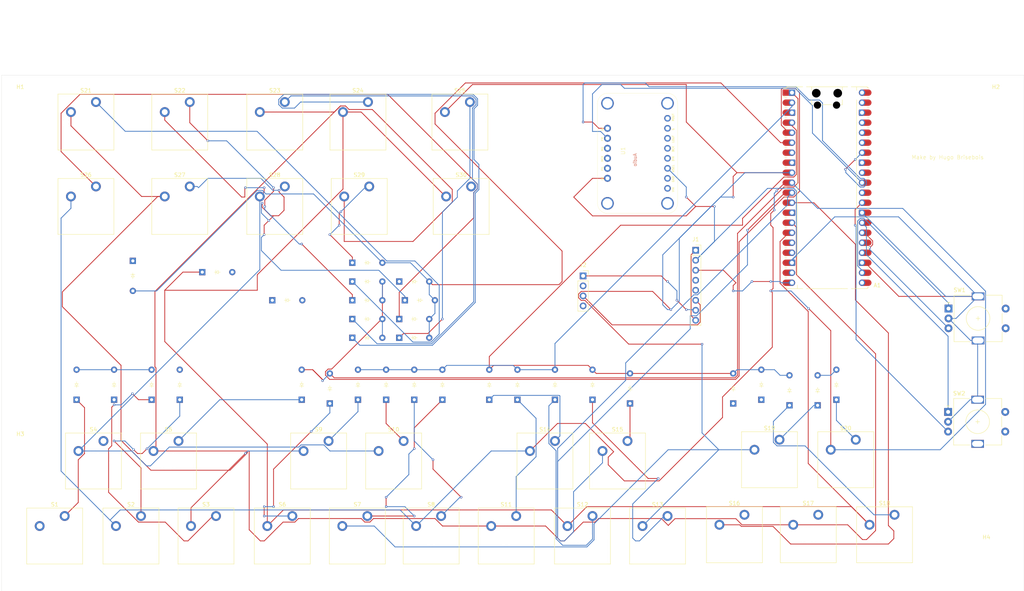
<source format=kicad_pcb>
(kicad_pcb (version 20241229) (generator "pcbnew") (generator_version "9.0")
  (layers (0 "F.Cu" signal) (2 "B.Cu" signal) (13 "F.Paste" user) (15 "B.Paste" user) (5 "F.SilkS" user "F.Silkscreen") (7 "B.SilkS" user "B.Silkscreen") (1 "F.Mask" user) (3 "B.Mask" user) (25 "Edge.Cuts" user))
  (net 0 "")
  (net 1 "row4")
  (net 2 "b2")
  (net 3 "din")
  (net 4 "row1")
  (net 5 "GND")
  (net 6 "row0")
  (net 7 "2S1")
  (net 9 "col5")
  (net 10 "BCK")
  (net 11 "mosi")
  (net 13 "a2")
  (net 14 "col4")
  (net 15 "CS_LCD")
  (net 18 "sck")
  (net 19 "col2")
  (net 20 "col0")
  (net 21 "b1")
  (net 25 "col1")
  (net 26 "col3")
  (net 27 "row2")
  (net 30 "row3")
  (net 31 "a1")
  (net 32 "AO")
  (net 33 "1S1")
  (net 34 "LRCK")
  (net 35 "Net-(D1-K)")
  (net 36 "Net-(D2-K)")
  (net 37 "Net-(D3-K)")
  (net 38 "Net-(D4-K)")
  (net 39 "Net-(D5-K)")
  (net 40 "Net-(D6-K)")
  (net 41 "Net-(D7-K)")
  (net 42 "Net-(D8-K)")
  (net 43 "Net-(D9-K)")
  (net 44 "Net-(D10-K)")
  (net 45 "Net-(D11-K)")
  (net 46 "Net-(D12-K)")
  (net 47 "Net-(D13-K)")
  (net 48 "Net-(D14-K)")
  (net 49 "Net-(D15-K)")
  (net 50 "Net-(D16-K)")
  (net 51 "Net-(D17-K)")
  (net 52 "Net-(D18-K)")
  (net 53 "Net-(D19-K)")
  (net 54 "Net-(D20-K)")
  (net 55 "Net-(D21-K)")
  (net 56 "Net-(D22-K)")
  (net 57 "Net-(D23-K)")
  (net 58 "Net-(D24-K)")
  (net 59 "Net-(D25-K)")
  (net 60 "Net-(D26-K)")
  (net 61 "Net-(D27-K)")
  (net 62 "Net-(D28-K)")
  (net 63 "Net-(D29-K)")
  (net 64 "Net-(D30-K)")
  (net 65 "1S2")
  (net 66 "2S2")
  (net 67 "+3V3")
  (net 68 "SCK")
  (net 69 "MISO")
  (net 70 "1s2")
  (net 71 "1s1")
  (net 72 "2s1")
  (net 73 "2s2")
  (net 84 "RST")
  (net 85 "MOSI")
  (net 86 "A0")
  (net 87 "CS_SD")
  (footprint "ScottoKeebs_MX:MX_PCB_1.00u" (layer "F.Cu") (at 209.2325 133.35)
    (property "Reference" "S19")
    (property "Value" "Keyswitch")
  )
  (footprint "ScottoKeebs_Components:Diode_DO-35" (layer "F.Cu") (at 103.34625 83.34375)
    (property "Reference" "D29" (hide yes))
    (property "Value" "Diode" (hide yes))
  )
  (footprint "ScottoKeebs_MX:MX_PCB_1.00u" (layer "F.Cu") (at 228.6 133.35)
    (property "Reference" "S20")
    (property "Value" "Keyswitch")
  )
  (footprint "ScottoKeebs_Components:Diode_DO-35" (layer "F.Cu") (at 104.775 118.11 90)
    (property "Reference" "D9" (hide yes))
    (property "Value" "Diode" (hide yes))
  )
  (footprint "MountingHole:MountingHole_3.2mm_M3" (layer "F.Cu") (at 19.05 130.96875)
    (property "Reference" "H3")
    (property "Value" "MountingHole")
  )
  (footprint "ScottoKeebs_MX:MX_PCB_1.00u" (layer "F.Cu") (at 170.65625 133.6675)
    (property "Reference" "S15")
    (property "Value" "Keyswitch")
  )
  (footprint "ScottoKeebs_MX:MX_PCB_1.00u" (layer "F.Cu") (at 59.53125 69.05625)
    (property "Reference" "S27")
    (property "Value" "Keyswitch")
  )
  (footprint "ScottoKeebs_MX:MX_PCB_1.00u" (layer "F.Cu") (at 35.71875 47.625)
    (property "Reference" "S21")
    (property "Value" "Keyswitch")
  )
  (footprint "ScottoKeebs_Components:Diode_DO-35" (layer "F.Cu") (at 119.0625 118.11 90)
    (property "Reference" "D8" (hide yes))
    (property "Value" "Diode" (hide yes))
  )
  (footprint "Rotary_Encoder:RotaryEncoder_Alps_EC11E-Switch_Vertical_H20mm" (layer "F.Cu") (at 254.58125 121.20625)
    (property "Reference" "SW2")
    (property "Value" "RotaryEncoder_Switch_MP")
  )
  (footprint "ScottoKeebs_MX:MX_PCB_1.00u" (layer "F.Cu") (at 27.78125 152.7175)
    (property "Reference" "S1")
    (property "Value" "Keyswitch")
  )
  (footprint "ScottoKeebs_Components:Diode_DO-35" (layer "F.Cu") (at 115.2525 88.10625)
    (property "Reference" "D28" (hide yes))
    (property "Value" "Diode" (hide yes))
  )
  (footprint "ScottoKeebs_Scotto:PCM5100 I2S DAC" (layer "F.Cu") (at 175.57725 55.4445 90)
    (property "Reference" "U1")
    (property "Value" "PCM5100")
  )
  (footprint "ScottoKeebs_MX:MX_PCB_1.00u" (layer "F.Cu") (at 85.56625 152.7175)
    (property "Reference" "S6")
    (property "Value" "Keyswitch")
  )
  (footprint "ScottoKeebs_MX:MX_PCB_1.00u" (layer "F.Cu") (at 105.0925 69.05625)
    (property "Reference" "S29")
    (property "Value" "Keyswitch")
  )
  (footprint "Connector_PinSocket_2.54mm:PinSocket_1x08_P2.54mm_Vertical" (layer "F.Cu") (at 190.5 80.16875)
    (property "Reference" "J1")
    (property "Value" "S37735R")
  )
  (footprint "ScottoKeebs_Components:Diode_DO-35" (layer "F.Cu") (at 214.3125 119.53875 90)
    (property "Reference" "D18" (hide yes))
    (property "Value" "Diode" (hide yes))
  )
  (footprint "ScottoKeebs_MX:MX_PCB_1.00u" (layer "F.Cu") (at 142.39875 152.7175)
    (property "Reference" "S11")
    (property "Value" "Keyswitch")
  )
  (footprint "ScottoKeebs_Components:Diode_DO-35" (layer "F.Cu") (at 111.91875 118.11 90)
    (property "Reference" "D10" (hide yes))
    (property "Value" "Diode" (hide yes))
  )
  (footprint "ScottoKeebs_MX:MX_PCB_1.00u" (layer "F.Cu") (at 180.81625 152.7175)
    (property "Reference" "S13")
    (property "Value" "Keyswitch")
  )
  (footprint "ScottoKeebs_Components:Diode_DO-35" (layer "F.Cu") (at 83.02625 92.86875)
    (property "Reference" "D32" (hide yes))
    (property "Value" "1N4148" (hide yes))
  )
  (footprint "Rotary_Encoder:RotaryEncoder_Alps_EC11E-Switch_Vertical_H20mm" (layer "F.Cu") (at 254.6875 94.975063)
    (property "Reference" "SW1")
    (property "Value" "RotaryEncoder_Switch_MP")
  )
  (footprint "MountingHole:MountingHole_3.2mm_M3" (layer "F.Cu") (at 19.05 42.8625)
    (property "Reference" "H1")
    (property "Value" "MountingHole")
  )
  (footprint "ScottoKeebs_Components:Diode_DO-35" (layer "F.Cu") (at 33.3375 118.11 90)
    (property "Reference" "D1" (hide yes))
    (property "Value" "Diode" (hide yes))
  )
  (footprint "ScottoKeebs_Components:Diode_DO-35" (layer "F.Cu") (at 115.2525 102.39375)
    (property "Reference" "D25" (hide yes))
    (property "Value" "Diode" (hide yes))
  )
  (footprint "ScottoKeebs_Components:Diode_DO-35" (layer "F.Cu") (at 164.30625 118.11 90)
    (property "Reference" "D13" (hide yes))
    (property "Value" "Diode" (hide yes))
  )
  (footprint "ScottoKeebs_MX:MX_PCB_1.00u" (layer "F.Cu") (at 130.96875 69.05625)
    (property "Reference" "S30")
    (property "Value" "Keyswitch")
  )
  (footprint "ScottoKeebs_MX:MX_PCB_1.00u" (layer "F.Cu") (at 200.3425 152.4)
    (property "Reference" "S16")
    (property "Value" "Keyswitch")
  )
  (footprint "ScottoKeebs_Components:Diode_DO-35" (layer "F.Cu") (at 103.34625 97.63125)
    (property "Reference" "D23" (hide yes))
    (property "Value" "Diode" (hide yes))
  )
  (footprint "ScottoKeebs_MX:MX_PCB_1.00u" (layer "F.Cu") (at 59.53125 47.625)
    (property "Reference" "S22")
    (property "Value" "Keyswitch")
  )
  (footprint "ScottoKeebs_MX:MX_PCB_1.00u" (layer "F.Cu") (at 35.71875 69.05625)
    (property "Reference" "S26")
    (property "Value" "Keyswitch")
  )
  (footprint "ScottoKeebs_Components:Diode_DO-35" (layer "F.Cu") (at 42.8625 118.11 90)
    (property "Reference" "D4" (hide yes))
    (property "Value" "Diode" (hide yes))
  )
  (footprint "ScottoKeebs_MX:MX_PCB_1.00u" (layer "F.Cu") (at 123.34875 152.7175)
    (property "Reference" "S8")
    (property "Value" "Keyswitch")
  )
  (footprint "ScottoKeebs_Components:Diode_DO-35" (layer "F.Cu") (at 126.20625 118.11 90)
    (property "Reference" "D7" (hide yes))
    (property "Value" "Diode" (hide yes))
  )
  (footprint "ScottoKeebs_Components:Diode_DO-35" (layer "F.Cu") (at 97.63125 119.0625 90)
    (property "Reference" "D6" (hide yes))
    (property "Value" "Diode" (hide yes))
  )
  (footprint "ScottoKeebs_Components:Diode_DO-35" (layer "F.Cu") (at 59.53125 118.11 90)
    (property "Reference" "D2" (hide yes))
    (property "Value" "Diode" (hide yes))
  )
  (footprint "ScottoKeebs_Components:Diode_DO-35" (layer "F.Cu") (at 226.21875 118.11 90)
    (property "Reference" "D20" (hide yes))
    (property "Value" "Diode" (hide yes))
  )
  (footprint "Connector_PinSocket_2.54mm:PinSocket_1x04_P2.54mm_Vertical" (layer "F.Cu") (at 161.925 86.6775)
    (property "Reference" "J2")
    (property "Value" "SD Card")
  )
  (footprint "ScottoKeebs_Components:Diode_DO-35" (layer "F.Cu") (at 154.78125 118.11 90)
    (property "Reference" "D12" (hide yes))
    (property "Value" "Diode" (hide yes))
  )
  (footprint "ScottoKeebs_MX:MX_PCB_1.00u" (layer "F.Cu") (at 238.4425 152.4)
    (property "Reference" "S18")
    (property "Value" "Keyswitch")
  )
  (footprint "ScottoKeebs_Components:Diode_DO-35" (layer "F.Cu") (at 115.2525 97.63125)
    (property "Reference" "D26" (hide yes))
    (property "Value" "Diode" (hide yes))
  )
  (footprint "ScottoKeebs_MX:MX_PCB_1.00u" (layer "F.Cu") (at 219.075 152.4)
    (property "Reference" "S17")
    (property "Value" "Keyswitch")
  )
  (footprint "ScottoKeebs_Components:Diode_DO-35" (layer "F.Cu") (at 221.45625 119.53875 90)
    (property "Reference" "D19" (hide yes))
    (property "Value" "Diode" (hide yes))
  )
  (footprint "ScottoKeebs_MX:MX_PCB_1.00u" (layer "F.Cu") (at 161.76625 152.7175)
    (property "Reference" "S12")
    (property "Value" "Keyswitch")
  )
  (footprint "ScottoKeebs_Components:Diode_DO-35" (layer "F.Cu") (at 65.24625 85.725)
    (property "Reference" "D31" (hide yes))
    (property "Value" "1N4148" (hide yes))
  )
  (footprint "ScottoKeebs_MX:MX_PCB_1.00u" (layer "F.Cu") (at 104.775 47.625)
    (property "Reference" "S24")
    (property "Value" "Keyswitch")
  )
  (footprint "MountingHole:MountingHole_3.2mm_M3" (layer "F.Cu") (at 264.31875 157.1625)
    (property "Reference" "H4")
    (property "Value" "MountingHole")
  )
  (footprint "ScottoKeebs_Components:Diode_DO-35" (layer "F.Cu") (at 103.34625 88.10625)
    (property "Reference" "D21" (hide yes))
    (property "Value" "Diode" (hide yes))
  )
  (footprint "ScottoKeebs_Components:Diode_DO-35" (layer "F.Cu") (at 138.1125 118.11 90)
    (property "Reference" "D14" (hide yes))
    (property "Value" "Diode" (hide yes))
  )
  (footprint "ScottoKeebs_MX:MX_PCB_1.00u" (layer "F.Cu") (at 56.67375 133.6675)
    (property "Reference" "S5")
    (property "Value" "Keyswitch")
  )
  (footprint "ScottoKeebs_Components:Diode_DO-35" (layer "F.Cu") (at 103.34625 92.86875)
    (property "Reference" "D22" (hide yes))
    (property "Value" "Diode" (hide yes))
  )
  (footprint "ScottoKeebs_MX:MX_PCB_1.00u" (layer "F.Cu") (at 130.65125 47.625)
    (property "Reference" "S25")
    (property "Value" "Keyswitch")
  )
  (footprint "ScottoKeebs_MX:MX_PCB_1.00u" (layer "F.Cu") (at 37.62375 133.6675)
    (property "Reference" "S4")
    (property "Value" "Keyswitch")
  )
  (footprint "ScottoKeebs_MX:MX_PCB_1.00u" (layer "F.Cu") (at 104.61625 152.7175)
    (property "Reference" "S7")
    (property "Value" "Keyswitch")
  )
  (footprint "MountingHole:MountingHole_3.2mm_M3" (layer "F.Cu") (at 266.7 42.8625)
    (property "Reference" "H2")
    (property "Value" "MountingHole")
  )
  (footprint "ScottoKeebs_Components:Diode_DO-35" (layer "F.Cu") (at 52.3875 118.11 90)
    (property "Reference" "D3" (hide yes))
    (property "Value" "Diode" (hide yes))
  )
  (footprint "ScottoKeebs_Components:Diode_DO-35" (layer "F.Cu") (at 207.16875 118.11 90)
    (property "Reference" "D17" (hide yes))
    (property "Value" "Diode" (hide yes))
  )
  (footprint "ScottoKeebs_Components:Diode_DO-35" (layer "F.Cu") (at 103.34625 102.39375)
    (property "Reference" "D24" (hide yes))
    (property "Value" "Diode" (hide yes))
  )
  (footprint "ScottoKeebs_MX:MX_PCB_1.00u" (layer "F.Cu") (at 83.66125 47.625)
    (property "Reference" "S23")
    (property "Value" "Keyswitch")
  )
  (footprint "ScottoKeebs_Components:Diode_DO-35" (layer "F.Cu") (at 116.68125 92.86875)
    (property "Reference" "D27" (hide yes))
    (property "Value" "Diode" (hide yes))
  )
  (footprint "ScottoKeebs_MX:MX_PCB_1.00u" (layer "F.Cu") (at 113.82375 133.6675)
    (property "Reference" "S10")
    (property "Value" "Keyswitch")
  )
  (footprint "ScottoKeebs_Components:Diode_DO-35" (layer "F.Cu") (at 145.25625 118.11 90)
    (property "Reference" "D11" (hide yes))
    (property "Value" "Diode" (hide yes))
  )
  (footprint "ScottoKeebs_Components:Diode_DO-35" (layer "F.Cu") (at 173.83125 119.0625 90)
    (property "Reference" "D15" (hide yes))
    (property "Value" "Diode" (hide yes))
  )
  (footprint "ScottoKeebs_MX:MX_PCB_1.00u" (layer "F.Cu") (at 152.24125 133.6675)
    (property "Reference" "S14")
    (property "Value" "Keyswitch")
  )
  (footprint "ScottoKeebs_Components:Diode_DO-35" (layer "F.Cu") (at 90.4875 118.11 90)
    (property "Reference" "D5" (hide yes))
    (property "Value" "Diode" (hide yes))
  )
  (footprint "ScottoKeebs_MX:MX_PCB_1.00u" (layer "F.Cu") (at 94.77375 133.6675)
    (property "Reference" "S9")
    (property "Value" "Keyswitch")
  )
  (footprint "ScottoKeebs_MX:MX_PCB_1.00u" (layer "F.Cu") (at 66.19875 152.7175)
    (property "Reference" "S3")
    (property "Value" "Keyswitch")
  )
  (footprint "ScottoKeebs_MX:MX_PCB_1.00u" (layer "F.Cu") (at 47.14875 152.7175)
    (property "Reference" "S2")
    (property "Value" "Keyswitch")
  )
  (footprint "Module:RaspberryPi_Pico_Common_Unspecified" (layer "F.Cu") (at 223.8375 64.29375)
    (property "Reference" "A1")
    (property "Value" "RaspberryPi_Pico")
  )
  (footprint "ScottoKeebs_MX:MX_PCB_1.00u" (layer "F.Cu") (at 83.66125 69.05625)
    (property "Reference" "S28")
    (property "Value" "Keyswitch")
  )
  (footprint "ScottoKeebs_Components:Diode_DO-35" (layer "F.Cu") (at 47.625 82.8675 -90)
    (property "Reference" "D30" (hide yes))
    (property "Value" "Diode" (hide yes))
  )
  (footprint "ScottoKeebs_Components:Diode_DO-35" (layer "F.Cu") (at 200.025 119.0625 90)
    (property "Reference" "D16" (hide yes))
    (property "Value" "Diode" (hide yes))
  )
  (gr_rect (start 14.2875 35.71875) (end 273.84375 166.6875) (stroke (width 0.05)) (fill no) (layer "Edge.Cuts"))
  (gr_text "Make by Hugo Brisebois" (at 245.26875 57.15 0) (layer "F.SilkS") (effects (font (size 1 1) (thickness 0.1)) (justify left bottom)))
  (segment (start 124.34525 48.132826) (end 124.34525 45.387554) (width 0.2) (layer "F.Cu") (net 1))
  (segment (start 132.033804 37.699) (end 196.90475 37.699) (width 0.2) (layer "F.Cu") (net 1))
  (segment (start 155.795401 88.906249) (end 156.5954 88.10625) (width 0.2) (layer "F.Cu") (net 1))
  (segment (start 212.0695 52.86375) (end 214.9475 52.86375) (width 0.2) (layer "F.Cu") (net 1))
  (segment (start 123.672499 88.906249) (end 155.795401 88.906249) (width 0.2) (layer "F.Cu") (net 1))
  (segment (start 122.8725 88.10625) (end 123.672499 88.906249) (width 0.2) (layer "F.Cu") (net 1))
  (segment (start 124.34525 45.387554) (end 132.033804 37.699) (width 0.2) (layer "F.Cu") (net 1))
  (segment (start 156.5954 80.382976) (end 124.34525 48.132826) (width 0.2) (layer "F.Cu") (net 1))
  (segment (start 196.90475 37.699) (end 212.0695 52.86375) (width 0.2) (layer "F.Cu") (net 1))
  (segment (start 156.5954 88.10625) (end 156.5954 80.382976) (width 0.2) (layer "F.Cu") (net 1))
  (segment (start 79.208804 64.96525) (end 80.493696 64.96525) (width 0.2) (layer "B.Cu") (net 1))
  (segment (start 81.40225 65.873804) (end 93.496304 65.873804) (width 0.2) (layer "B.Cu") (net 1))
  (segment (start 122.8725 97.63125) (end 122.8725 102.39375) (width 0.2) (layer "B.Cu") (net 1))
  (segment (start 118.11 83.34375) (end 122.8725 88.10625) (width 0.2) (layer "B.Cu") (net 1))
  (segment (start 110.96625 83.34375) (end 118.11 83.34375) (width 0.2) (layer "B.Cu") (net 1))
  (segment (start 124.30125 96.2025) (end 122.8725 97.63125) (width 0.2) (layer "B.Cu") (net 1))
  (segment (start 53.686554 90.4875) (end 79.208804 64.96525) (width 0.2) (layer "B.Cu") (net 1))
  (segment (start 124.30125 92.86875) (end 124.30125 96.2025) (width 0.2) (layer "B.Cu") (net 1))
  (segment (start 122.8725 88.10625) (end 122.8725 91.44) (width 0.2) (layer "B.Cu") (net 1))
  (segment (start 93.496304 65.873804) (end 110.96625 83.34375) (width 0.2) (layer "B.Cu") (net 1))
  (segment (start 47.625 90.4875) (end 53.686554 90.4875) (width 0.2) (layer "B.Cu") (net 1))
  (segment (start 80.493696 64.96525) (end 81.40225 65.873804) (width 0.2) (layer "B.Cu") (net 1))
  (segment (start 122.8725 91.44) (end 124.30125 92.86875) (width 0.2) (layer "B.Cu") (net 1))
  (segment (start 230.98125 69.85) (end 232.7275 68.10375) (width 0.2) (layer "F.Cu") (net 2))
  (segment (start 230.98125 73.81875) (end 230.98125 69.85) (width 0.2) (layer "F.Cu") (net 2))
  (via (at 230.98125 73.81875) (size 0.6) (drill 0.3) (layers "F.Cu" "B.Cu") (net 2))
  (segment (start 254.58125 126.20625) (end 231.2205 102.8455) (width 0.2) (layer "B.Cu") (net 2))
  (segment (start 231.2205 102.8455) (end 231.2205 74.058) (width 0.2) (layer "B.Cu") (net 2))
  (segment (start 231.2205 74.058) (end 230.98125 73.81875) (width 0.2) (layer "B.Cu") (net 2))
  (segment (start 165.89375 49.2125) (end 168.11625 49.2125) (width 0.2) (layer "F.Cu") (net 3))
  (segment (start 230.98125 57.15) (end 228.493235 59.638015) (width 0.2) (layer "F.Cu") (net 3))
  (segment (start 161.925 47.625) (end 164.30625 47.625) (width 0.2) (layer "F.Cu") (net 3))
  (segment (start 164.30625 47.625) (end 165.89375 49.2125) (width 0.2) (layer "F.Cu") (net 3))
  (via (at 230.98125 57.15) (size 0.6) (drill 0.3) (layers "F.Cu" "B.Cu") (net 3))
  (via (at 161.925 47.625) (size 0.6) (drill 0.3) (layers "F.Cu" "B.Cu") (net 3))
  (via (at 228.493235 59.638015) (size 0.6) (drill 0.3) (layers "F.Cu" "B.Cu") (net 3))
  (segment (start 162.326 37.699) (end 161.925 38.1) (width 0.2) (layer "B.Cu") (net 3))
  (segment (start 222.6885 52.3398) (end 232.27145 61.92275) (width 0.2) (layer "B.Cu") (net 3))
  (segment (start 177.70425 37.699) (end 162.326 37.699) (width 0.2) (layer "B.Cu") (net 3))
  (segment (start 233.18355 64.12475) (end 232.27145 64.12475) (width 0.2) (layer "B.Cu") (net 3))
  (segment (start 233.8285 63.4798) (end 233.18355 64.12475) (width 0.2) (layer "B.Cu") (net 3))
  (segment (start 228.6 60.4533) (end 228.6 59.53125) (width 0.2) (layer "B.Cu") (net 3))
  (segment (start 221.941037 42.04775) (end 222.6885 42.795213) (width 0.2) (layer "B.Cu") (net 3))
  (segment (start 233.18355 61.92275) (end 233.8285 62.5677) (width 0.2) (layer "B.Cu") (net 3))
  (segment (start 219.312664 42.04775) (end 221.941037 42.04775) (width 0.2) (layer "B.Cu") (net 3))
  (segment (start 178.667 38.66175) (end 177.70425 37.699) (width 0.2) (layer "B.Cu") (net 3))
  (segment (start 232.27145 61.92275) (end 233.18355 61.92275) (width 0.2) (layer "B.Cu") (net 3))
  (segment (start 161.925 38.1) (end 161.925 47.625) (width 0.2) (layer "B.Cu") (net 3))
  (segment (start 215.926664 38.66175) (end 219.312664 42.04775) (width 0.2) (layer "B.Cu") (net 3))
  (segment (start 233.8285 62.5677) (end 233.8285 63.4798) (width 0.2) (layer "B.Cu") (net 3))
  (segment (start 232.27145 64.12475) (end 228.6 60.4533) (width 0.2) (layer "B.Cu") (net 3))
  (segment (start 232.7275 55.40375) (end 230.98125 57.15) (width 0.2) (layer "B.Cu") (net 3))
  (segment (start 178.667 38.66175) (end 215.926664 38.66175) (width 0.2) (layer "B.Cu") (net 3))
  (segment (start 222.6885 42.795213) (end 222.6885 52.3398) (width 0.2) (layer "B.Cu") (net 3))
  (segment (start 228.6 59.53125) (end 228.493235 59.638015) (width 0.2) (layer "B.Cu") (net 3))
  (segment (start 154.78125 110.49) (end 154.78125 103.845878) (width 0.2) (layer "B.Cu") (net 4))
  (segment (start 154.78125 103.845878) (end 214.9475 43.679628) (width 0.2) (layer "B.Cu") (net 4))
  (segment (start 126.20625 110.49) (end 127.30725 109.389) (width 0.2) (layer "B.Cu") (net 4))
  (segment (start 214.9475 43.679628) (end 214.9475 42.70375) (width 0.2) (layer "B.Cu") (net 4))
  (segment (start 104.775 110.49) (end 126.20625 110.49) (width 0.2) (layer "B.Cu") (net 4))
  (segment (start 145.25625 110.49) (end 154.78125 110.49) (width 0.2) (layer "B.Cu") (net 4))
  (segment (start 127.30725 109.389) (end 144.15525 109.389) (width 0.2) (layer "B.Cu") (net 4))
  (segment (start 144.15525 109.389) (end 145.25625 110.49) (width 0.2) (layer "B.Cu") (net 4))
  (segment (start 190.5 69.05625) (end 195.2625 69.05625) (width 0.2) (layer "F.Cu") (net 5))
  (segment (start 164.30625 61.9125) (end 159.54375 66.675) (width 0.2) (layer "F.Cu") (net 5))
  (segment (start 164.30625 71.4375) (end 188.11875 71.4375) (width 0.2) (layer "F.Cu") (net 5))
  (segment (start 159.54375 66.675) (end 164.30625 71.4375) (width 0.2) (layer "F.Cu") (net 5))
  (segment (start 242.058813 91.875063) (end 233.5275 83.34375) (width 0.2) (layer "F.Cu") (net 5))
  (segment (start 188.11875 66.675) (end 190.5 69.05625) (width 0.2) (layer "F.Cu") (net 5))
  (segment (start 262.1875 91.875063) (end 242.058813 91.875063) (width 0.2) (layer "F.Cu") (net 5))
  (segment (start 168.11625 61.9125) (end 164.30625 61.9125) (width 0.2) (layer "F.Cu") (net 5))
  (segment (start 188.11875 71.4375) (end 190.5 69.05625) (width 0.2) (layer "F.Cu") (net 5))
  (via (at 188.11875 66.675) (size 0.6) (drill 0.3) (layers "F.Cu" "B.Cu") (net 5))
  (via (at 195.2625 69.05625) (size 0.6) (drill 0.3) (layers "F.Cu" "B.Cu") (net 5))
  (segment (start 208.746 64.46275) (end 215.40355 64.46275) (width 0.2) (layer "B.Cu") (net 5))
  (segment (start 216.0485 81.60775) (end 214.3125 83.34375) (width 0.2) (layer "B.Cu") (net 5))
  (segment (start 260.2875 103.075063) (end 254.6875 97.475063) (width 0.2) (layer "B.Cu") (net 5))
  (segment (start 215.40355 64.46275) (end 216.0485 65.1077) (width 0.2) (layer "B.Cu") (net 5))
  (segment (start 190.5 82.70875) (end 208.746 64.46275) (width 0.2) (layer "B.Cu") (net 5))
  (segment (start 195.2625 77.94625) (end 190.5 82.70875) (width 0.2) (layer "B.Cu") (net 5))
  (segment (start 260.18125 118.10625) (end 262.08125 118.10625) (width 0.2) (layer "B.Cu") (net 5))
  (segment (start 262.1875 91.875063) (end 241.994187 71.68175) (width 0.2) (layer "B.Cu") (net 5))
  (segment (start 262.1875 103.075063) (end 260.2875 103.075063) (width 0.2) (layer "B.Cu") (net 5))
  (segment (start 262.08125 118.10625) (end 262.08125 103.181313) (width 0.2) (layer "B.Cu") (net 5))
  (segment (start 254.58125 123.70625) (end 260.18125 118.10625) (width 0.2) (layer "B.Cu") (net 5))
  (segment (start 253.958813 91.875063) (end 232.7275 70.64375) (width 0.2) (layer "B.Cu") (net 5))
  (segment (start 216.0485 65.1077) (end 216.0485 81.60775) (width 0.2) (layer "B.Cu") (net 5))
  (segment (start 195.2625 69.05625) (end 195.2625 77.94625) (width 0.2) (layer "B.Cu") (net 5))
  (segment (start 241.994187 71.68175) (end 225.8045 71.68175) (width 0.2) (layer "B.Cu") (net 5))
  (segment (start 262.1875 91.875063) (end 253.958813 91.875063) (width 0.2) (layer "B.Cu") (net 5))
  (segment (start 254.6875 97.475063) (end 256.5875 97.475063) (width 0.2) (layer "B.Cu") (net 5))
  (segment (start 225.8045 71.68175) (end 214.9475 82.53875) (width 0.2) (layer "B.Cu") (net 5))
  (segment (start 188.11875 64.135) (end 188.11875 66.675) (width 0.2) (layer "B.Cu") (net 5))
  (segment (start 256.5875 97.475063) (end 262.1875 91.875063) (width 0.2) (layer "B.Cu") (net 5))
  (segment (start 214.9475 82.53875) (end 214.9475 83.34375) (width 0.2) (layer "B.Cu") (net 5))
  (segment (start 183.35625 59.3725) (end 188.11875 64.135) (width 0.2) (layer "B.Cu") (net 5))
  (segment (start 215.40355 64.12475) (end 216.4545 63.0738) (width 0.2) (layer "F.Cu") (net 6))
  (segment (start 216.4545 63.0738) (end 216.4545 41.67075) (width 0.2) (layer "F.Cu") (net 6))
  (segment (start 93.266574 110.49) (end 95.925162 113.148588) (width 0.2) (layer "F.Cu") (net 6))
  (segment (start 93.266574 110.49) (end 95.784447 113.007873) (width 0.2) (layer "F.Cu") (net 6))
  (segment (start 95.784447 113.007873) (end 95.784447 113.289303) (width 0.2) (layer "F.Cu") (net 6))
  (segment (start 200.48105 112.5435) (end 201.126 111.89855) (width 0.2) (layer "F.Cu") (net 6))
  (segment (start 97.63125 111.4425) (end 98.73225 112.5435) (width 0.2) (layer "F.Cu") (net 6))
  (segment (start 212.89145 64.12475) (end 215.40355 64.12475) (width 0.2) (layer "F.Cu") (net 6))
  (segment (start 98.73225 112.5435) (end 200.48105 112.5435) (width 0.2) (layer "F.Cu") (net 6))
  (segment (start 201.126 111.89855) (end 201.126 75.8902) (width 0.2) (layer "F.Cu") (net 6))
  (segment (start 216.4545 41.67075) (end 214.9475 40.16375) (width 0.2) (layer "F.Cu") (net 6))
  (segment (start 90.4875 110.49) (end 93.266574 110.49) (width 0.2) (layer "F.Cu") (net 6))
  (segment (start 201.126 75.8902) (end 212.89145 64.12475) (width 0.2) (layer "F.Cu") (net 6))
  (via (at 95.784447 113.289303) (size 0.6) (drill 0.3) (layers "F.Cu" "B.Cu") (net 6))
  (segment (start 42.8625 110.49) (end 33.3375 110.49) (width 0.2) (layer "B.Cu") (net 6))
  (segment (start 95.784447 113.289303) (end 97.63125 111.4425) (width 0.2) (layer "B.Cu") (net 6))
  (segment (start 52.3875 110.49) (end 42.8625 110.49) (width 0.2) (layer "B.Cu") (net 6))
  (segment (start 157.95625 150.1775) (end 162.8775 145.25625) (width 0.2) (layer "F.Cu") (net 9))
  (segment (start 55.72125 90.32875) (end 55.72125 103.34625) (width 0.2) (layer "F.Cu") (net 9))
  (segment (start 65.24625 85.725) (end 60.325 85.725) (width 0.2) (layer "F.Cu") (net 9))
  (segment (start 85.84725 146.0865) (end 153.86525 146.0865) (width 0.2) (layer "F.Cu") (net 9))
  (segment (start 219.075 95.7083) (end 211.93125 88.56455) (width 0.2) (layer "F.Cu") (net 9))
  (segment (start 153.86525 146.0865) (end 157.95625 150.1775) (width 0.2) (layer "F.Cu") (net 9))
  (segment (start 79.21625 90.32875) (end 55.72125 90.32875) (width 0.2) (layer "F.Cu") (net 9))
  (segment (start 79.21625 86.389054) (end 79.21625 90.32875) (width 0.2) (layer "F.Cu") (net 9))
  (segment (start 100.965 45.085) (end 100.965 64.640304) (width 0.2) (layer "F.Cu") (net 9))
  (segment (start 211.93125 77.94) (end 214.1475 75.72375) (width 0.2) (layer "F.Cu") (net 9))
  (segment (start 234.6325 149.86) (end 219.075 134.3025) (width 0.2) (layer "F.Cu") (net 9))
  (segment (start 211.93125 88.56455) (end 211.93125 77.94) (width 0.2) (layer "F.Cu") (net 9))
  (segment (start 81.75625 150.1775) (end 85.84725 146.0865) (width 0.2) (layer "F.Cu") (net 9))
  (segment (start 100.965 64.640304) (end 79.21625 86.389054) (width 0.2) (layer "F.Cu") (net 9))
  (segment (start 60.325 85.725) (end 55.72125 90.32875) (width 0.2) (layer "F.Cu") (net 9))
  (segment (start 81.75625 129.38125) (end 81.75625 150.1775) (width 0.2) (layer "F.Cu") (net 9))
  (segment (start 219.075 134.3025) (end 219.075 95.7083) (width 0.2) (layer "F.Cu") (net 9))
  (segment (start 230.02875 145.25625) (end 234.6325 149.86) (width 0.2) (layer "F.Cu") (net 9))
  (segment (start 162.8775 145.25625) (end 230.02875 145.25625) (width 0.2) (layer "F.Cu") (net 9))
  (segment (start 127.012424 66.51625) (end 105.581174 45.085) (width 0.2) (layer "F.Cu") (net 9))
  (segment (start 105.581174 45.085) (end 100.965 45.085) (width 0.2) (layer "F.Cu") (net 9))
  (segment (start 55.72125 103.34625) (end 81.75625 129.38125) (width 0.2) (layer "F.Cu") (net 9))
  (segment (start 215.760564 39.06275) (end 172.41275 39.06275) (width 0.2) (layer "B.Cu") (net 10))
  (segment (start 164.30625 40.48125) (end 164.30625 50.00625) (width 0.2) (layer "B.Cu") (net 10))
  (segment (start 232.7275 63.02375) (end 220.1365 50.43275) (width 0.2) (layer "B.Cu") (net 10))
  (segment (start 164.30625 50.00625) (end 166.37 50.00625) (width 0.2) (layer "B.Cu") (net 10))
  (segment (start 220.1365 50.43275) (end 220.1365 43.438686) (width 0.2) (layer "B.Cu") (net 10))
  (segment (start 220.1365 43.438686) (end 215.760564 39.06275) (width 0.2) (layer "B.Cu") (net 10))
  (segment (start 166.6875 38.1) (end 164.30625 40.48125) (width 0.2) (layer "B.Cu") (net 10))
  (segment (start 172.41275 39.06275) (end 171.45 38.1) (width 0.2) (layer "B.Cu") (net 10))
  (segment (start 166.37 50.00625) (end 168.11625 51.7525) (width 0.2) (layer "B.Cu") (net 10))
  (segment (start 171.45 38.1) (end 166.6875 38.1) (width 0.2) (layer "B.Cu") (net 10))
  (segment (start 233.8285 74.28475) (end 232.7275 73.18375) (width 0.2) (layer "B.Cu") (net 13))
  (segment (start 233.8285 81.2598) (end 233.8285 74.28475) (width 0.2) (layer "B.Cu") (net 13))
  (segment (start 254.58125 121.20625) (end 254.58125 102.01255) (width 0.2) (layer "B.Cu") (net 13))
  (segment (start 254.58125 102.01255) (end 233.8285 81.2598) (width 0.2) (layer "B.Cu") (net 13))
  (segment (start 216.0535 86.3448) (end 216.0535 74.28975) (width 0.2) (layer "F.Cu") (net 14))
  (segment (start 106.513804 149.1885) (end 107.798696 149.1885) (width 0.2) (layer "F.Cu") (net 14))
  (segment (start 215.265 149.86) (end 229.088674 149.86) (width 0.2) (layer "F.Cu") (net 14))
  (segment (start 216.0535 74.28975) (end 214.9475 73.18375) (width 0.2) (layer "F.Cu") (net 14))
  (segment (start 101.607446 43.534) (end 100.322554 43.534) (width 0.2) (layer "F.Cu") (net 14))
  (segment (start 138.58875 150.1775) (end 152.412424 150.1775) (width 0.2) (layer "F.Cu") (net 14))
  (segment (start 80.994076 153.9435) (end 85.749076 149.1885) (width 0.2) (layer "F.Cu") (net 14))
  (segment (start 152.412424 150.1775) (end 156.178424 153.9435) (width 0.2) (layer "F.Cu") (net 14))
  (segment (start 85.749076 149.1885) (end 88.748696 149.1885) (width 0.2) (layer "F.Cu") (net 14))
  (segment (start 128.70975 67.969076) (end 128.70975 64.745924) (width 0.2) (layer "F.Cu") (net 14))
  (segment (start 157.194076 153.9435) (end 161.949076 149.1885) (width 0.2) (layer "F.Cu") (net 14))
  (segment (start 232.854674 153.626) (end 233.870326 153.626) (width 0.2) (layer "F.Cu") (net 14))
  (segment (start 236.1835 106.4748) (end 216.0535 86.3448) (width 0.2) (layer "F.Cu") (net 14))
  (segment (start 126.235304 150.1775) (end 138.58875 150.1775) (width 0.2) (layer "F.Cu") (net 14))
  (segment (start 165.85725 148.279946) (end 181.80525 148.279946) (width 0.2) (layer "F.Cu") (net 14))
  (segment (start 53.4885 110.03395) (end 53.4885 130.50275) (width 0.2) (layer "F.Cu") (net 14))
  (segment (start 101.2825 66.51625) (end 101.2825 77.937316) (width 0.2) (layer "F.Cu") (net 14))
  (segment (start 77.16525 131.1275) (end 77.16525 151.130326) (width 0.2) (layer "F.Cu") (net 14))
  (segment (start 79.978424 153.9435) (end 80.994076 153.9435) (width 0.2) (layer "F.Cu") (net 14))
  (segment (start 233.870326 153.626) (end 236.1835 151.312826) (width 0.2) (layer "F.Cu") (net 14))
  (segment (start 52.86375 131.1275) (end 77.16525 131.1275) (width 0.2) (layer "F.Cu") (net 14))
  (segment (start 53.22525 109.7707) (end 53.4885 110.03395) (width 0.2) (layer "F.Cu") (net 14))
  (segment (start 236.1835 151.312826) (end 236.1835 106.4748) (width 0.2) (layer "F.Cu") (net 14))
  (segment (start 229.088674 149.86) (end 232.854674 153.626) (width 0.2) (layer "F.Cu") (net 14))
  (segment (start 183.544054 150.01875) (end 185.253804 148.309) (width 0.2) (layer "F.Cu") (net 14))
  (segment (start 98.771554 45.085) (end 100.322554 43.534) (width 0.2) (layer "F.Cu") (net 14))
  (segment (start 181.80525 148.279946) (end 183.544054 150.01875) (width 0.2) (layer "F.Cu") (net 14))
  (segment (start 161.949076 149.1885) (end 164.948696 149.1885) (width 0.2) (layer "F.Cu") (net 14))
  (segment (start 200.6965 148.309) (end 202.2475 149.86) (width 0.2) (layer "F.Cu") (net 14))
  (segment (start 108.40638 44.442554) (end 102.516 44.442554) (width 0.2) (layer "F.Cu") (net 14))
  (segment (start 100.322554 43.534) (end 53.22525 90.631304) (width 0.2) (layer "F.Cu") (net 14))
  (segment (start 128.70975 64.745924) (end 108.40638 44.442554) (width 0.2) (layer "F.Cu") (net 14))
  (segment (start 101.2825 77.937316) (end 118.74151 77.937316) (width 0.2) (layer "F.Cu") (net 14))
  (segment (start 164.948696 149.1885) (end 165.85725 148.279946) (width 0.2) (layer "F.Cu") (net 14))
  (segment (start 156.178424 153.9435) (end 157.194076 153.9435) (width 0.2) (layer "F.Cu") (net 14))
  (segment (start 185.253804 148.309) (end 200.6965 148.309) (width 0.2) (layer "F.Cu") (net 14))
  (segment (start 88.748696 149.1885) (end 89.65725 148.279946) (width 0.2) (layer "F.Cu") (net 14))
  (segment (start 108.70725 148.279946) (end 124.33775 148.279946) (width 0.2) (layer "F.Cu") (net 14))
  (segment (start 89.65725 148.279946) (end 105.60525 148.279946) (width 0.2) (layer "F.Cu") (net 14))
  (segment (start 107.798696 149.1885) (end 108.70725 148.279946) (width 0.2) (layer "F.Cu") (net 14))
  (segment (start 79.85125 45.085) (end 98.771554 45.085) (width 0.2) (layer "F.Cu") (net 14))
  (segment (start 53.22525 90.631304) (end 53.22525 109.7707) (width 0.2) (layer "F.Cu") (net 14))
  (segment (start 118.74151 77.937316) (end 128.70975 67.969076) (width 0.2) (layer "F.Cu") (net 14))
  (segment (start 202.2475 149.86) (end 215.265 149.86) (width 0.2) (layer "F.Cu") (net 14))
  (segment (start 77.16525 151.130326) (end 79.978424 153.9435) (width 0.2) (layer "F.Cu") (net 14))
  (segment (start 102.516 44.442554) (end 101.607446 43.534) (width 0.2) (layer "F.Cu") (net 14))
  (segment (start 105.60525 148.279946) (end 106.513804 149.1885) (width 0.2) (layer "F.Cu") (net 14))
  (segment (start 124.33775 148.279946) (end 126.235304 150.1775) (width 0.2) (layer "F.Cu") (net 14))
  (segment (start 190.5 85.24875) (end 197.55 85.24875) (width 0.2) (layer "F.Cu") (net 15))
  (segment (start 204.7875 88.10625) (end 209.55 88.10625) (width 0.2) (layer "F.Cu") (net 15))
  (segment (start 200.725 88.42375) (end 200.025 89.12375) (width 0.2) (layer "F.Cu") (net 15))
  (segment (start 200.025 89.12375) (end 200.025 90.4875) (width 0.2) (layer "F.Cu") (net 15))
  (segment (start 197.55 85.24875) (end 200.725 88.42375) (width 0.2) (layer "F.Cu") (net 15))
  (via (at 209.55 88.10625) (size 0.6) (drill 0.3) (layers "F.Cu" "B.Cu") (net 15))
  (via (at 200.025 90.4875) (size 0.6) (drill 0.3) (layers "F.Cu" "B.Cu") (net 15))
  (via (at 204.7875 88.10625) (size 0.6) (drill 0.3) (layers "F.Cu" "B.Cu") (net 15))
  (segment (start 200.025 90.4875) (end 202.40625 90.4875) (width 0.2) (layer "B.Cu") (net 15))
  (segment (start 202.40625 90.4875) (end 204.7875 88.10625) (width 0.2) (layer "B.Cu") (net 15))
  (segment (start 209.55 88.10625) (end 211.93125 88.10625) (width 0.2) (layer "B.Cu") (net 15))
  (segment (start 212.24875 88.42375) (end 214.9475 88.42375) (width 0.2) (layer "B.Cu") (net 15))
  (segment (start 211.93125 88.10625) (end 212.24875 88.42375) (width 0.2) (layer "B.Cu") (net 15))
  (segment (start 53.953484 66.51625) (end 29.73025 90.739484) (width 0.2) (layer "F.Cu") (net 19))
  (segment (start 213.14392 65.56375) (end 203.647585 75.060085) (width 0.2) (layer "F.Cu") (net 19))
  (segment (start 72.27425 136.0185) (end 76.76425 131.5285) (width 0.2) (layer "F.Cu") (net 19))
  (segment (start 31.90875 48.5775) (end 49.8475 66.51625) (width 0.2) (layer "F.Cu") (net 19))
  (segment (start 62.38875 145.53875) (end 76.2 131.7275) (width 0.2) (layer "F.Cu") (net 19))
  (segment (start 62.38875 150.1775) (end 62.38875 145.53875) (width 0.2) (layer "F.Cu") (net 19))
  (segment (start 31.90875 45.085) (end 31.90875 48.5775) (width 0.2) (layer "F.Cu") (net 19))
  (segment (start 76.76425 131.5285) (end 76.399 131.5285) (width 0.2) (layer "F.Cu") (net 19))
  (segment (start 52.210924 136.0185) (end 72.27425 136.0185) (width 0.2) (layer "F.Cu") (net 19))
  (segment (start 44.623924 128.4315) (end 52.210924 136.0185) (width 0.2) (layer "F.Cu") (net 19))
  (segment (start 29.73025 90.739484) (end 29.73025 94.495326) (width 0.2) (layer "F.Cu") (net 19))
  (segment (start 76.399 131.5285) (end 76.2 131.7275) (width 0.2) (layer "F.Cu") (net 19))
  (segment (start 44.623924 109.389) (end 44.623924 128.4315) (width 0.2) (layer "F.Cu") (net 19))
  (segment (start 55.72125 66.51625) (end 53.953484 66.51625) (width 0.2) (layer "F.Cu") (net 19))
  (segment (start 29.73025 94.495326) (end 44.623924 109.389) (width 0.2) (layer "F.Cu") (net 19))
  (segment (start 49.8475 66.51625) (end 55.72125 66.51625) (width 0.2) (layer "F.Cu") (net 19))
  (via (at 203.647585 75.060085) (size 0.6) (drill 0.3) (layers "F.Cu" "B.Cu") (net 19))
  (via (at 76.2 131.7275) (size 0.6) (drill 0.3) (layers "F.Cu" "B.Cu") (net 19))
  (segment (start 159.50725 141.470326) (end 166.84625 134.131326) (width 0.2) (layer "B.Cu") (net 19))
  (segment (start 190.02324 91.47975) (end 190.97676 91.47975) (width 0.2) (layer "B.Cu") (net 19))
  (segment (start 159.50725 151.630326) (end 159.50725 141.470326) (width 0.2) (layer "B.Cu") (net 19))
  (segment (start 76.8 131.1275) (end 90.96375 131.1275) (width 0.2) (layer "B.Cu") (net 19))
  (segment (start 203.647585 83.888925) (end 190.73876 96.79775) (width 0.2) (layer "B.Cu") (net 19))
  (segment (start 213.8465 68.61001) (end 213.8465 66.66475) (width 0.2) (layer "B.Cu") (net 19))
  (segment (start 157.194076 153.9435) (end 159.50725 151.630326) (width 0.2) (layer "B.Cu") (net 19))
  (segment (start 172.73025 113.18845) (end 172.73025 108.77274) (width 0.2) (layer "B.Cu") (net 19))
  (segment (start 155.46025 130.45845) (end 172.73025 113.18845) (width 0.2) (layer "B.Cu") (net 19))
  (segment (start 213.8465 66.66475) (end 214.9475 65.56375) (width 0.2) (layer "B.Cu") (net 19))
  (segment (start 155.46025 153.225326) (end 156.178424 153.9435) (width 0.2) (layer "B.Cu") (net 19))
  (segment (start 76.2 131.7275) (end 76.8 131.1275) (width 0.2) (layer "B.Cu") (net 19))
  (segment (start 166.84625 134.131326) (end 166.84625 131.1275) (width 0.2) (layer "B.Cu") (net 19))
  (segment (start 189.12095 96.79775) (end 189.12095 100.133974) (width 0.2) (layer "B.Cu") (net 19))
  (segment (start 189.12095 100.133974) (end 155.46025 133.794674) (width 0.2) (layer "B.Cu") (net 19))
  (segment (start 190.97676 91.47975) (end 213.8465 68.61001) (width 0.2) (layer "B.Cu") (net 19))
  (segment (start 172.73025 108.77274) (end 190.02324 91.47975) (width 0.2) (layer "B.Cu") (net 19))
  (segment (start 155.46025 133.794674) (end 155.46025 153.225326) (width 0.2) (layer "B.Cu") (net 19))
  (segment (start 190.73876 96.79775) (end 189.12095 96.79775) (width 0.2) (layer "B.Cu") (net 19))
  (segment (start 155.46025 153.225326) (end 155.46025 130.45845) (width 0.2) (layer "B.Cu") (net 19))
  (segment (start 156.178424 153.9435) (end 157.194076 153.9435) (width 0.2) (layer "B.Cu") (net 19))
  (segment (start 203.647585 75.060085) (end 203.647585 83.888925) (width 0.2) (layer "B.Cu") (net 19))
  (segment (start 188.11875 38.1) (end 133.82625 38.1) (width 0.2) (layer "F.Cu") (net 20))
  (segment (start 200.9775 60.48375) (end 214.1475 60.48375) (width 0.2) (layer "F.Cu") (net 20))
  (segment (start 160.774 92.23426) (end 160.774 91.28074) (width 0.2) (layer "F.Cu") (net 20))
  (segment (start 161.44824 92.9085) (end 160.774 92.23426) (width 0.2) (layer "F.Cu") (net 20))
  (segment (start 200.9775 60.48375) (end 188.11875 47.625) (width 0.2) (layer "F.Cu") (net 20))
  (segment (start 162.40176 92.9085) (end 161.44824 92.9085) (width 0.2) (layer "F.Cu") (net 20))
  (segment (start 200.025 61.43625) (end 200.025 66.675) (width 0.2) (layer "F.Cu") (net 20))
  (segment (start 192.11489 104.00864) (end 173.5019 104.00864) (width 0.2) (layer "F.Cu") (net 20))
  (segment (start 173.5019 104.00864) (end 162.40176 92.9085) (width 0.2) (layer "F.Cu") (net 20))
  (segment (start 200.9775 60.48375) (end 200.025 61.43625) (width 0.2) (layer "F.Cu") (net 20))
  (segment (start 160.774 91.28074) (end 161.44824 90.6065) (width 0.2) (layer "F.Cu") (net 20))
  (segment (start 161.44824 90.6065) (end 179.562693 90.6065) (width 0.2) (layer "F.Cu") (net 20))
  (segment (start 188.11875 47.625) (end 188.11875 38.1) (width 0.2) (layer "F.Cu") (net 20))
  (segment (start 133.82625 38.1) (end 126.84125 45.085) (width 0.2) (layer "F.Cu") (net 20))
  (segment (start 179.562693 90.6065) (end 184.206193 95.25) (width 0.2) (layer "F.Cu") (net 20))
  (via (at 184.206193 95.25) (size 0.6) (drill 0.3) (layers "F.Cu" "B.Cu") (net 20))
  (via (at 200.025 66.675) (size 0.6) (drill 0.3) (layers "F.Cu" "B.Cu") (net 20))
  (via (at 192.11489 104.00864) (size 0.6) (drill 0.3) (layers "F.Cu" "B.Cu") (net 20))
  (segment (start 196.793807 66.675) (end 182.13982 81.328987) (width 0.2) (layer "B.Cu") (net 20))
  (segment (start 164.70725 149.61775) (end 164.70725 153.668416) (width 0.2) (layer "B.Cu") (net 20))
  (segment (start 108.890076 150.1775) (end 100.80625 150.1775) (width 0.2) (layer "B.Cu") (net 20))
  (segment (start 183.35625 95.25) (end 184.206193 95.25) (width 0.2) (layer "B.Cu") (net 20))
  (segment (start 164.70725 153.668416) (end 162.906166 155.4695) (width 0.2) (layer "B.Cu") (net 20))
  (segment (start 182.13982 94.03357) (end 183.35625 95.25) (width 0.2) (layer "B.Cu") (net 20))
  (segment (start 186.3385 77.130307) (end 202.985057 60.48375) (width 0.2) (layer "B.Cu") (net 20))
  (segment (start 196.37375 130.81) (end 205.4225 130.81) (width 0.2) (layer "B.Cu") (net 20))
  (segment (start 182.13982 81.328987) (end 182.13982 94.03357) (width 0.2) (layer "B.Cu") (net 20))
  (segment (start 196.37375 130.81) (end 183.515 130.81) (width 0.2) (layer "B.Cu") (net 20))
  (segment (start 177.00625 150.1775) (end 196.37375 130.81) (width 0.2) (layer "B.Cu") (net 20))
  (segment (start 196.37375 130.81) (end 192.11489 126.55114) (width 0.2) (layer "B.Cu") (net 20))
  (segment (start 183.515 130.81) (end 164.70725 149.61775) (width 0.2) (layer "B.Cu") (net 20))
  (segment (start 162.906166 155.4695) (end 114.182076 155.4695) (width 0.2) (layer "B.Cu") (net 20))
  (segment (start 184.206193 95.25) (end 186.3385 93.117693) (width 0.2) (layer "B.Cu") (net 20))
  (segment (start 114.182076 155.4695) (end 108.890076 150.1775) (width 0.2) (layer "B.Cu") (net 20))
  (segment (start 186.3385 93.117693) (end 186.3385 77.130307) (width 0.2) (layer "B.Cu") (net 20))
  (segment (start 192.11489 126.55114) (end 192.11489 104.00864) (width 0.2) (layer "B.Cu") (net 20))
  (segment (start 200.025 66.675) (end 196.793807 66.675) (width 0.2) (layer "B.Cu") (net 20))
  (segment (start 202.985057 60.48375) (end 214.9475 60.48375) (width 0.2) (layer "B.Cu") (net 20))
  (segment (start 234.666817 79.522277) (end 235.4285 78.760594) (width 0.2) (layer "F.Cu") (net 21))
  (segment (start 235.4285 77.8077) (end 233.34455 75.72375) (width 0.2) (layer "F.Cu") (net 21))
  (segment (start 235.4285 78.760594) (end 235.4285 77.8077) (width 0.2) (layer "F.Cu") (net 21))
  (via (at 234.666817 79.522277) (size 0.6) (drill 0.3) (layers "F.Cu" "B.Cu") (net 21))
  (segment (start 254.6875 99.975063) (end 234.666817 79.95438) (width 0.2) (layer "B.Cu") (net 21))
  (segment (start 234.666817 79.95438) (end 234.666817 79.522277) (width 0.2) (layer "B.Cu") (net 21))
  (segment (start 155.421324 124.137426) (end 162.50336 124.137426) (width 0.2) (layer "F.Cu") (net 25))
  (segment (start 211.104922 65.06275) (end 213.143922 63.02375) (width 0.2) (layer "F.Cu") (net 25))
  (segment (start 210.151 74.41975) (end 209.55 73.81875) (width 0.2) (layer "F.Cu") (net 25))
  (segment (start 197.31585 122.621593) (end 197.31585 117.41) (width 0.2) (layer "F.Cu") (net 25))
  (segment (start 209.951 104.77485) (end 209.951 90.8885) (width 0.2) (layer "F.Cu") (net 25))
  (segment (start 209.55 90.4875) (end 210.151 89.8865) (width 0.2) (layer "F.Cu") (net 25))
  (segment (start 169.682434 131.3165) (end 168.30525 132.693684) (width 0.2) (layer "F.Cu") (net 25))
  (segment (start 168.30525 132.693684) (end 168.30525 134.641316) (width 0.2) (layer "F.Cu") (net 25))
  (segment (start 162.50336 124.137426) (end 169.682434 131.3165) (width 0.2) (layer "F.Cu") (net 25))
  (segment (start 197.31585 117.41) (end 209.951 104.77485) (width 0.2) (layer "F.Cu") (net 25))
  (segment (start 224.79 130.81) (end 224.79 100.57477) (width 0.2) (layer "F.Cu") (net 25))
  (segment (start 168.30525 134.641316) (end 172.377434 138.7135) (width 0.2) (layer "F.Cu") (net 25))
  (segment (start 209.55 73.81875) (end 209.55 70.85473) (width 0.2) (layer "F.Cu") (net 25))
  (segment (start 148.43125 131.1275) (end 155.421324 124.137426) (width 0.2) (layer "F.Cu") (net 25))
  (segment (start 224.79 100.57477) (end 219.199265 94.984035) (width 0.2) (layer "F.Cu") (net 25))
  (segment (start 172.377434 138.7135) (end 181.223943 138.7135) (width 0.2) (layer "F.Cu") (net 25))
  (segment (start 209.55 70.85473) (end 210.44924 69.95549) (width 0.2) (layer "F.Cu") (net 25))
  (segment (start 209.951 90.8885) (end 209.55 90.4875) (width 0.2) (layer "F.Cu") (net 25))
  (segment (start 181.223943 138.7135) (end 197.31585 122.621593) (width 0.2) (layer "F.Cu") (net 25))
  (segment (start 210.151 89.8865) (end 210.151 74.41975) (width 0.2) (layer "F.Cu") (net 25))
  (via (at 210.44924 69.95549) (size 0.6) (drill 0.3) (layers "F.Cu" "B.Cu") (net 25))
  (via (at 211.104922 65.06275) (size 0.6) (drill 0.3) (layers "F.Cu" "B.Cu") (net 25))
  (via (at 209.55 90.4875) (size 0.6) (drill 0.3) (layers "F.Cu" "B.Cu") (net 25))
  (via (at 219.199265 94.984035) (size 0.6) (drill 0.3) (layers "F.Cu" "B.Cu") (net 25))
  (segment (start 264.0885 119.301) (end 264.0885 90.574063) (width 0.2) (layer "B.Cu") (net 25))
  (segment (start 243.052187 69.53775) (end 221.4615 69.53775) (width 0.2) (layer "B.Cu") (net 25))
  (segment (start 210.44924 65.718432) (end 211.104922 65.06275) (width 0.2) (layer "B.Cu") (net 25))
  (segment (start 138.58875 131.1275) (end 119.53875 150.1775) (width 0.2) (layer "B.Cu") (net 25))
  (segment (start 219.199265 94.984035) (end 214.70273 90.4875) (width 0.2) (layer "B.Cu") (net 25))
  (segment (start 148.43125 131.1275) (end 138.58875 131.1275) (width 0.2) (layer "B.Cu") (net 25))
  (segment (start 41.830625 148.669375) (end 29.41275 136.2515) (width 0.2) (layer "B.Cu") (net 25))
  (segment (start 29.41275 136.2515) (end 29.41275 72.016076) (width 0.2) (layer "B.Cu") (net 25))
  (segment (start 264.0885 90.574063) (end 243.052187 69.53775) (width 0.2) (layer "B.Cu") (net 25))
  (segment (start 214.70273 90.4875) (end 209.55 90.4875) (width 0.2) (layer "B.Cu") (net 25))
  (segment (start 44.4135 146.0865) (end 41.830625 148.669375) (width 0.2) (layer "B.Cu") (net 25))
  (segment (start 115.44775 146.0865) (end 44.4135 146.0865) (width 0.2) (layer "B.Cu") (net 25))
  (segment (start 43.33875 150.1775) (end 41.830625 148.669375) (width 0.2) (layer "B.Cu") (net 25))
  (segment (start 31.90875 69.520076) (end 31.90875 66.51625) (width 0.2) (layer "B.Cu") (net 25))
  (segment (start 252.5795 130.81) (end 264.0885 119.301) (width 0.2) (layer "B.Cu") (net 25))
  (segment (start 224.79 130.81) (end 252.5795 130.81) (width 0.2) (layer "B.Cu") (net 25))
  (segment (start 221.4615 69.53775) (end 214.9475 63.02375) (width 0.2) (layer "B.Cu") (net 25))
  (segment (start 210.44924 69.95549) (end 210.44924 65.718432) (width 0.2) (layer "B.Cu") (net 25))
  (segment (start 119.53875 150.1775) (end 115.44775 146.0865) (width 0.2) (layer "B.Cu") (net 25))
  (segment (start 29.41275 72.016076) (end 31.90875 69.520076) (width 0.2) (layer "B.Cu") (net 25))
  (segment (start 76.047354 66.675) (end 76.047354 64.446396) (width 0.2) (layer "F.Cu") (net 26))
  (segment (start 76.047354 64.446396) (end 76.2 64.29375) (width 0.2) (layer "F.Cu") (net 26))
  (segment (start 55.72125 47.139816) (end 75.256434 66.675) (width 0.2) (layer "F.Cu") (net 26))
  (segment (start 80.9625 65.405) (end 80.9625 64.29375) (width 0.2) (layer "F.Cu") (net 26))
  (segment (start 231.0385 92.795199) (end 231.0385 78.6385) (width 0.2) (layer "F.Cu") (net 26))
  (segment (start 201.6804 149.86) (end 202.0814 150.261) (width 0.2) (layer "F.Cu") (net 26))
  (segment (start 210.122174 150.261) (end 214.612174 154.751) (width 0.2) (layer "F.Cu") (net 26))
  (segment (start 220.50375 68.10375) (end 214.1475 68.10375) (width 0.2) (layer "F.Cu") (net 26))
  (segment (start 202.0814 150.261) (end 210.122174 150.261) (width 0.2) (layer "F.Cu") (net 26))
  (segment (start 79.85125 66.51625) (end 80.9625 65.405) (width 0.2) (layer "F.Cu") (net 26))
  (segment (start 239.416316 154.751) (end 240.7935 153.373816) (width 0.2) (layer "F.Cu") (net 26))
  (segment (start 55.72125 45.085) (end 55.72125 47.139816) (width 0.2) (layer "F.Cu") (net 26))
  (segment (start 239.416316 150.049) (end 239.416316 101.173015) (width 0.2) (layer "F.Cu") (net 26))
  (segment (start 240.7935 153.373816) (end 240.7935 151.426184) (width 0.2) (layer "F.Cu") (net 26))
  (segment (start 231.0385 78.6385) (end 220.50375 68.10375) (width 0.2) (layer "F.Cu") (net 26))
  (segment (start 196.5325 149.86) (end 201.6804 149.86) (width 0.2) (layer "F.Cu") (net 26))
  (segment (start 214.612174 154.751) (end 239.416316 154.751) (width 0.2) (layer "F.Cu") (net 26))
  (segment (start 239.416316 101.173015) (end 231.0385 92.795199) (width 0.2) (layer "F.Cu") (net 26))
  (segment (start 240.7935 151.426184) (end 239.416316 150.049) (width 0.2) (layer "F.Cu") (net 26))
  (segment (start 75.256434 66.675) (end 76.047354 66.675) (width 0.2) (layer "F.Cu") (net 26))
  (via (at 76.2 64.29375) (size 0.6) (drill 0.3) (layers "F.Cu" "B.Cu") (net 26))
  (via (at 80.9625 64.29375) (size 0.6) (drill 0.3) (layers "F.Cu" "B.Cu") (net 26))
  (segment (start 52.101576 134.8935) (end 56.856576 130.1385) (width 0.2) (layer "B.Cu") (net 26))
  (segment (start 33.81375 131.1275) (end 79.85125 85.09) (width 0.2) (layer "B.Cu") (net 26))
  (segment (start 97.660304 131.1275) (end 110.01375 131.1275) (width 0.2) (layer "B.Cu") (net 26))
  (segment (start 90.321304 129.5765) (end 96.109304 129.5765) (width 0.2) (layer "B.Cu") (net 26))
  (segment (start 79.85125 85.09) (end 79.85125 66.51625) (width 0.2) (layer "B.Cu") (net 26))
  (segment (start 89.759304 130.1385) (end 90.321304 129.5765) (width 0.2) (layer "B.Cu") (net 26))
  (segment (start 80.9625 64.29375) (end 76.2 64.29375) (width 0.2) (layer "B.Cu") (net 26))
  (segment (start 51.085924 134.8935) (end 52.101576 134.8935) (width 0.2) (layer "B.Cu") (net 26))
  (segment (start 56.856576 130.1385) (end 89.759304 130.1385) (width 0.2) (layer "B.Cu") (net 26))
  (segment (start 96.109304 129.5765) (end 97.660304 131.1275) (width 0.2) (layer "B.Cu") (net 26))
  (segment (start 33.81375 131.1275) (end 47.319924 131.1275) (width 0.2) (layer "B.Cu") (net 26))
  (segment (start 47.319924 131.1275) (end 51.085924 134.8935) (width 0.2) (layer "B.Cu") (net 26))
  (segment (start 215.40355 61.58475) (end 216.0535 60.9348) (width 0.2) (layer "F.Cu") (net 27))
  (segment (start 173.83125 111.4425) (end 165.25875 111.4425) (width 0.2) (layer "F.Cu") (net 27))
  (segment (start 139.2135 109.389) (end 138.1125 110.49) (width 0.2) (layer "F.Cu") (net 27))
  (segment (start 171.45 73.81875) (end 202.40625 73.81875) (width 0.2) (layer "F.Cu") (net 27))
  (segment (start 202.40625 73.81875) (end 202.40625 72.06995) (width 0.2) (layer "F.Cu") (net 27))
  (segment (start 138.1125 107.15625) (end 171.45 73.81875) (width 0.2) (layer "F.Cu") (net 27))
  (segment (start 202.40625 72.06995) (end 212.89145 61.58475) (width 0.2) (layer "F.Cu") (net 27))
  (segment (start 165.25875 111.4425) (end 164.30625 110.49) (width 0.2) (layer "F.Cu") (net 27))
  (segment (start 216.0535 60.9348) (end 216.0535 49.68975) (width 0.2) (layer "F.Cu") (net 27))
  (segment (start 164.30625 110.49) (end 163.20525 109.389) (width 0.2) (layer "F.Cu") (net 27))
  (segment (start 200.025 111.4425) (end 173.83125 111.4425) (width 0.2) (layer "F.Cu") (net 27))
  (segment (start 216.0535 49.68975) (end 214.1475 47.78375) (width 0.2) (layer "F.Cu") (net 27))
  (segment (start 163.20525 109.389) (end 139.2135 109.389) (width 0.2) (layer "F.Cu") (net 27))
  (segment (start 212.89145 61.58475) (end 215.40355 61.58475) (width 0.2) (layer "F.Cu") (net 27))
  (segment (start 138.1125 110.49) (end 138.1125 107.15625) (width 0.2) (layer "F.Cu") (net 27))
  (segment (start 211.93125 111.91875) (end 210.5025 110.49) (width 0.2) (layer "B.Cu") (net 27))
  (segment (start 210.5025 110.49) (end 207.16875 110.49) (width 0.2) (layer "B.Cu") (net 27))
  (segment (start 214.3125 111.91875) (end 211.93125 111.91875) (width 0.2) (layer "B.Cu") (net 27))
  (segment (start 200.9775 110.49) (end 200.025 111.4425) (width 0.2) (layer "B.Cu") (net 27))
  (segment (start 207.16875 110.49) (end 200.9775 110.49) (width 0.2) (layer "B.Cu") (net 27))
  (segment (start 200.64715 112.9445) (end 201.527 112.06465) (width 0.2) (layer "F.Cu") (net 30))
  (segment (start 215.755564 39.05775) (end 212.537906 39.05775) (width 0.2) (layer "F.Cu") (net 30))
  (segment (start 98.0873 110.3415) (end 97.1752 110.3415) (width 0.2) (layer "F.Cu") (net 30))
  (segment (start 201.527 78.0292) (end 212.89145 66.66475) (width 0.2) (layer "F.Cu") (net 30))
  (segment (start 215.40355 66.66475) (end 216.8555 65.2128) (width 0.2) (layer "F.Cu") (net 30))
  (segment (start 216.8555 65.2128) (end 216.8555 40.157686) (width 0.2) (layer "F.Cu") (net 30))
  (segment (start 97.5762 112.9445) (end 200.64715 112.9445) (width 0.2) (layer "F.Cu") (net 30))
  (segment (start 212.2415 39.354156) (end 212.2415 48.41775) (width 0.2) (layer "F.Cu") (net 30))
  (segment (start 96.53025 110.98645) (end 96.53025 111.89855) (width 0.2) (layer "F.Cu") (net 30))
  (segment (start 96.53025 111.89855) (end 97.5762 112.9445) (width 0.2) (layer "F.Cu") (net 30))
  (segment (start 212.2415 48.41775) (end 214.1475 50.32375) (width 0.2) (layer "F.Cu") (net 30))
  (segment (start 110.96625 97.46255) (end 98.0873 110.3415) (width 0.2) (layer "F.Cu") (net 30))
  (segment (start 212.537906 39.05775) (end 212.2415 39.354156) (width 0.2) (layer "F.Cu") (net 30))
  (segment (start 201.527 112.06465) (end 201.527 78.0292) (width 0.2) (layer "F.Cu") (net 30))
  (segment (start 97.1752 110.3415) (end 96.53025 110.98645) (width 0.2) (layer "F.Cu") (net 30))
  (segment (start 212.89145 66.66475) (end 215.40355 66.66475) (width 0.2) (layer "F.Cu") (net 30))
  (segment (start 110.96625 88.10625) (end 110.96625 97.46255) (width 0.2) (layer "F.Cu") (net 30))
  (segment (start 216.8555 40.157686) (end 215.755564 39.05775) (width 0.2) (layer "F.Cu") (net 30))
  (segment (start 224.79 111.91875) (end 226.21875 110.49) (width 0.2) (layer "B.Cu") (net 30))
  (segment (start 221.45625 111.91875) (end 224.79 111.91875) (width 0.2) (layer "B.Cu") (net 30))
  (segment (start 110.96625 102.39375) (end 110.96625 97.63125) (width 0.2) (layer "B.Cu") (net 30))
  (segment (start 110.96625 88.10625) (end 110.96625 92.86875) (width 0.2) (layer "B.Cu") (net 30))
  (segment (start 233.18355 72.08275) (end 232.27145 72.08275) (width 0.2) (layer "B.Cu") (net 31))
  (segment (start 231.6215 84.153344) (end 233.193156 85.725) (width 0.2) (layer "B.Cu") (net 31))
  (segment (start 254.6875 93.5867) (end 233.18355 72.08275) (width 0.2) (layer "B.Cu") (net 31))
  (segment (start 254.6875 94.975063) (end 254.6875 93.5867) (width 0.2) (layer "B.Cu") (net 31))
  (segment (start 231.6215 72.7327) (end 231.6215 84.153344) (width 0.2) (layer "B.Cu") (net 31))
  (segment (start 232.27145 72.08275) (end 231.6215 72.7327) (width 0.2) (layer "B.Cu") (net 31))
  (segment (start 33.3375 118.11) (end 35.36475 120.13725) (width 0.2) (layer "F.Cu") (net 35))
  (segment (start 33.76975 144.189) (end 30.32125 147.6375) (width 0.2) (layer "F.Cu") (net 35))
  (segment (start 35.36475 120.13725) (end 35.36475 131.769946) (width 0.2) (layer "F.Cu") (net 35))
  (segment (start 33.76975 133.364946) (end 33.76975 144.189) (width 0.2) (layer "F.Cu") (net 35))
  (segment (start 35.36475 131.769946) (end 33.76975 133.364946) (width 0.2) (layer "F.Cu") (net 35))
  (segment (start 48.812357 131.771403) (end 47.817352 130.776398) (width 0.2) (layer "F.Cu") (net 36))
  (segment (start 49.68875 135.41375) (end 49.68875 147.6375) (width 0.2) (layer "F.Cu") (net 36))
  (segment (start 42.8625 128.5875) (end 49.68875 135.41375) (width 0.2) (layer "F.Cu") (net 36))
  (segment (start 50.00625 131.771403) (end 48.812357 131.771403) (width 0.2) (layer "F.Cu") (net 36))
  (segment (start 51.203552 130.574101) (end 50.00625 131.771403) (width 0.2) (layer "F.Cu") (net 36))
  (via (at 47.817352 130.776398) (size 0.6) (drill 0.3) (layers "F.Cu" "B.Cu") (net 36))
  (via (at 51.203552 130.574101) (size 0.6) (drill 0.3) (layers "F.Cu" "B.Cu") (net 36))
  (via (at 42.8625 128.5875) (size 0.6) (drill 0.3) (layers "F.Cu" "B.Cu") (net 36))
  (segment (start 59.53125 122.266554) (end 51.223703 130.574101) (width 0.2) (layer "B.Cu") (net 36))
  (segment (start 45.628454 128.5875) (end 42.8625 128.5875) (width 0.2) (layer "B.Cu") (net 36))
  (segment (start 51.223703 130.574101) (end 51.203552 130.574101) (width 0.2) (layer "B.Cu") (net 36))
  (segment (start 47.817352 130.776398) (end 45.628454 128.5875) (width 0.2) (layer "B.Cu") (net 36))
  (segment (start 59.53125 118.11) (end 59.53125 122.266554) (width 0.2) (layer "B.Cu") (net 36))
  (segment (start 41.47775 141.619946) (end 41.47775 130.57325) (width 0.2) (layer "F.Cu") (net 37))
  (segment (start 42.2615 120.011002) (end 42.8625 119.410002) (width 0.2) (layer "F.Cu") (net 37))
  (segment (start 41.47775 130.57325) (end 42.2615 129.7895) (width 0.2) (layer "F.Cu") (net 37))
  (segment (start 55.855924 149.1885) (end 49.046304 149.1885) (width 0.2) (layer "F.Cu") (net 37))
  (segment (start 47.518235 116.574485) (end 49.05375 118.11) (width 0.2) (layer "F.Cu") (net 37))
  (segment (start 49.05375 118.11) (end 52.3875 118.11) (width 0.2) (layer "F.Cu") (net 37))
  (segment (start 61.626576 153.9435) (end 60.610924 153.9435) (width 0.2) (layer "F.Cu") (net 37))
  (segment (start 42.2615 129.7895) (end 42.2615 120.011002) (width 0.2) (layer "F.Cu") (net 37))
  (segment (start 60.610924 153.9435) (end 55.855924 149.1885) (width 0.2) (layer "F.Cu") (net 37))
  (segment (start 49.046304 149.1885) (end 41.47775 141.619946) (width 0.2) (layer "F.Cu") (net 37))
  (segment (start 67.932576 147.6375) (end 61.626576 153.9435) (width 0.2) (layer "F.Cu") (net 37))
  (via (at 47.518235 116.574485) (size 0.6) (drill 0.3) (layers "F.Cu" "B.Cu") (net 37))
  (via (at 42.8625 119.410002) (size 0.6) (drill 0.3) (layers "F.Cu" "B.Cu") (net 37))
  (segment (start 44.682718 119.410002) (end 47.518235 116.574485) (width 0.2) (layer "B.Cu") (net 37))
  (segment (start 42.8625 119.410002) (end 44.682718 119.410002) (width 0.2) (layer "B.Cu") (net 37))
  (segment (start 69.69125 118.11) (end 59.21375 128.5875) (width 0.2) (layer "B.Cu") (net 39))
  (segment (start 90.4875 118.11) (end 69.69125 118.11) (width 0.2) (layer "B.Cu") (net 39))
  (segment (start 83.34375 135.73125) (end 83.34375 145.25625) (width 0.2) (layer "F.Cu") (net 40))
  (segment (start 92.86875 126.20625) (end 83.34375 135.73125) (width 0.2) (layer "F.Cu") (net 40))
  (segment (start 80.9625 145.25625) (end 80.9625 147.6375) (width 0.2) (layer "F.Cu") (net 40))
  (via (at 92.86875 126.20625) (size 0.6) (drill 0.3) (layers "F.Cu" "B.Cu") (net 40))
  (via (at 83.34375 145.25625) (size 0.6) (drill 0.3) (layers "F.Cu" "B.Cu") (net 40))
  (via (at 80.9625 145.25625) (size 0.6) (drill 0.3) (layers "F.Cu" "B.Cu") (net 40))
  (via (at 80.9625 147.6375) (size 0.6) (drill 0.3) (layers "F.Cu" "B.Cu") (net 40))
  (segment (start 97.63125 119.0625) (end 97.63125 121.44375) (width 0.2) (layer "B.Cu") (net 40))
  (segment (start 80.9625 147.6375) (end 88.10625 147.6375) (width 0.2) (layer "B.Cu") (net 40))
  (segment (start 83.34375 145.25625) (end 80.9625 145.25625) (width 0.2) (layer "B.Cu") (net 40))
  (segment (start 97.63125 121.44375) (end 92.86875 126.20625) (width 0.2) (layer "B.Cu") (net 40))
  (segment (start 119.0625 125.25375) (end 119.0625 130.5275) (width 0.2) (layer "F.Cu") (net 41))
  (segment (start 111.91875 142.875) (end 111.91875 145.25625) (width 0.2) (layer "F.Cu") (net 41))
  (segment (start 119.0625 147.6375) (end 107.15625 147.6375) (width 0.2) (layer "F.Cu") (net 41))
  (segment (start 126.20625 118.11) (end 119.0625 125.25375) (width 0.2) (layer "F.Cu") (net 41))
  (via (at 119.0625 130.5275) (size 0.6) (drill 0.3) (layers "F.Cu" "B.Cu") (net 41))
  (via (at 111.91875 145.25625) (size 0.6) (drill 0.3) (layers "F.Cu" "B.Cu") (net 41))
  (via (at 119.0625 147.6375) (size 0.6) (drill 0.3) (layers "F.Cu" "B.Cu") (net 41))
  (via (at 111.91875 142.875) (size 0.6) (drill 0.3) (layers "F.Cu" "B.Cu") (net 41))
  (segment (start 116.68125 145.25625) (end 119.0625 147.6375) (width 0.2) (layer "B.Cu") (net 41))
  (segment (start 117.67775 131.91225) (end 117.67775 137.116) (width 0.2) (layer "B.Cu") (net 41))
  (segment (start 119.0625 130.5275) (end 117.67775 131.91225) (width 0.2) (layer "B.Cu") (net 41))
  (segment (start 111.91875 145.25625) (end 116.68125 145.25625) (width 0.2) (layer "B.Cu") (net 41))
  (segment (start 117.67775 137.116) (end 111.91875 142.875) (width 0.2) (layer "B.Cu") (net 41))
  (segment (start 123.825 135.73125) (end 123.825 133.35) (width 0.2) (layer "F.Cu") (net 42))
  (segment (start 130.96875 142.875) (end 123.825 135.73125) (width 0.2) (layer "F.Cu") (net 42))
  (via (at 123.825 133.35) (size 0.6) (drill 0.3) (layers "F.Cu" "B.Cu") (net 42))
  (via (at 130.96875 142.875) (size 0.6) (drill 0.3) (layers "F.Cu" "B.Cu") (net 42))
  (segment (start 125.88875 147.6375) (end 130.65125 142.875) (width 0.2) (layer "B.Cu") (net 42))
  (segment (start 130.65125 142.875) (end 130.96875 142.875) (width 0.2) (layer "B.Cu") (net 42))
  (segment (start 123.825 133.35) (end 119.0625 128.5875) (width 0.2) (layer "B.Cu") (net 42))
  (segment (start 119.0625 128.5875) (end 119.0625 118.11) (width 0.2) (layer "B.Cu") (net 42))
  (segment (start 104.775 121.12625) (end 97.31375 128.5875) (width 0.2) (layer "B.Cu") (net 43))
  (segment (start 104.775 118.11) (end 104.775 121.12625) (width 0.2) (layer "B.Cu") (net 43))
  (segment (start 111.91875 124.1425) (end 116.36375 128.5875) (width 0.2) (layer "F.Cu") (net 44))
  (segment (start 111.91875 118.11) (end 111.91875 124.1425) (width 0.2) (layer "F.Cu") (net 44))
  (segment (start 144.93875 137.623826) (end 144.93875 147.6375) (width 0.2) (layer "B.Cu") (net 45))
  (segment (start 149.98225 132.580326) (end 144.93875 137.623826) (width 0.2) (layer "B.Cu") (net 45))
  (segment (start 145.25625 118.11) (end 149.98225 122.836) (width 0.2) (layer "B.Cu") (net 45))
  (segment (start 149.98225 122.836) (end 149.98225 132.580326) (width 0.2) (layer "B.Cu") (net 45))
  (segment (start 154.78125 118.11) (end 153.23025 119.661) (width 0.2) (layer "B.Cu") (net 46))
  (segment (start 153.23025 119.661) (end 153.23025 129.229946) (width 0.2) (layer "B.Cu") (net 46))
  (segment (start 153.23025 129.229946) (end 155.05925 131.058946) (width 0.2) (layer "B.Cu") (net 46))
  (segment (start 155.05925 131.058946) (end 155.05925 153.391426) (width 0.2) (layer "B.Cu") (net 46))
  (segment (start 164.30625 153.502316) (end 164.30625 147.6375) (width 0.2) (layer "B.Cu") (net 46))
  (segment (start 155.05925 153.391426) (end 156.736324 155.0685) (width 0.2) (layer "B.Cu") (net 46))
  (segment (start 156.736324 155.0685) (end 162.740066 155.0685) (width 0.2) (layer "B.Cu") (net 46))
  (segment (start 162.740066 155.0685) (end 164.30625 153.502316) (width 0.2) (layer "B.Cu") (net 46))
  (segment (start 178.447424 138.1125) (end 180.975 138.1125) (width 0.2) (layer "F.Cu") (net 47))
  (segment (start 164.30625 123.971326) (end 178.447424 138.1125) (width 0.2) (layer "F.Cu") (net 47))
  (segment (start 164.30625 118.11) (end 164.30625 123.971326) (width 0.2) (layer "F.Cu") (net 47))
  (via (at 180.975 138.1125) (size 0.6) (drill 0.3) (layers "F.Cu" "B.Cu") (net 47))
  (segment (start 175.228424 153.9435) (end 176.244076 153.9435) (width 0.2) (layer "B.Cu") (net 47))
  (segment (start 174.51025 144.57725) (end 174.51025 153.225326) (width 0.2) (layer "B.Cu") (net 47))
  (segment (start 180.975 138.1125) (end 174.51025 144.57725) (width 0.2) (layer "B.Cu") (net 47))
  (segment (start 176.244076 153.9435) (end 182.550076 147.6375) (width 0.2) (layer "B.Cu") (net 47))
  (segment (start 174.51025 153.225326) (end 175.228424 153.9435) (width 0.2) (layer "B.Cu") (net 47))
  (segment (start 156.031249 127.337501) (end 154.78125 128.5875) (width 0.2) (layer "B.Cu") (net 48))
  (segment (start 139.2135 117.009) (end 155.88225 117.009) (width 0.2) (layer "B.Cu") (net 48))
  (segment (start 155.88225 117.009) (end 156.031249 117.157999) (width 0.2) (layer "B.Cu") (net 48))
  (segment (start 156.031249 117.157999) (end 156.031249 127.337501) (width 0.2) (layer "B.Cu") (net 48))
  (segment (start 138.1125 118.11) (end 139.2135 117.009) (width 0.2) (layer "B.Cu") (net 48))
  (segment (start 173.83125 119.0625) (end 173.83125 127.9525) (width 0.2) (layer "F.Cu") (net 49))
  (segment (start 235.756174 147.32) (end 218.257174 129.821) (width 0.2) (layer "B.Cu") (net 52))
  (segment (start 240.9825 147.32) (end 235.756174 147.32) (width 0.2) (layer "B.Cu") (net 52))
  (segment (start 218.257174 129.821) (end 211.130054 129.821) (width 0.2) (layer "B.Cu") (net 52))
  (segment (start 210.2215 128.912446) (end 210.2215 123.62975) (width 0.2) (layer "B.Cu") (net 52))
  (segment (start 211.130054 129.821) (end 210.2215 128.912446) (width 0.2) (layer "B.Cu") (net 52))
  (segment (start 210.2215 123.62975) (end 214.3125 119.53875) (width 0.2) (layer "B.Cu") (net 52))
  (segment (start 220.50375 119.53875) (end 221.45625 119.53875) (width 0.2) (layer "B.Cu") (net 53))
  (segment (start 211.7725 128.27) (end 220.50375 119.53875) (width 0.2) (layer "B.Cu") (net 53))
  (segment (start 226.21875 123.34875) (end 231.14 128.27) (width 0.2) (layer "B.Cu") (net 54))
  (segment (start 226.21875 118.11) (end 226.21875 123.34875) (width 0.2) (layer "B.Cu") (net 54))
  (segment (start 112.06725 82.8877) (end 79.15555 49.976) (width 0.2) (layer "B.Cu") (net 55))
  (segment (start 125.40225 101.42105) (end 125.40225 89.07895) (width 0.2) (layer "B.Cu") (net 55))
  (segment (start 103.34625 88.10625) (end 118.73475 103.49475) (width 0.2) (layer "B.Cu") (net 55))
  (segment (start 125.40225 89.07895) (end 119.211 82.8877) (width 0.2) (layer "B.Cu") (net 55))
  (segment (start 45.68975 49.976) (end 38.25875 42.545) (width 0.2) (layer "B.Cu") (net 55))
  (segment (start 119.211 82.8877) (end 112.06725 82.8877) (width 0.2) (layer "B.Cu") (net 55))
  (segment (start 79.15555 49.976) (end 45.68975 49.976) (width 0.2) (layer "B.Cu") (net 55))
  (segment (start 123.32855 103.49475) (end 125.40225 101.42105) (width 0.2) (layer "B.Cu") (net 55))
  (segment (start 118.73475 103.49475) (end 123.32855 103.49475) (width 0.2) (layer "B.Cu") (net 55))
  (segment (start 81.11125 69.05625) (end 81.11125 67.449696) (width 0.2) (layer "F.Cu") (net 56))
  (segment (start 103.34625 92.86875) (end 103.34625 91.44) (width 0.2) (layer "F.Cu") (net 56))
  (segment (start 103.34625 91.44) (end 90.4875 78.58125) (width 0.2) (layer "F.Cu") (net 56))
  (segment (start 62.07125 47.78375) (end 62.07125 42.545) (width 0.2) (layer "F.Cu") (net 56))
  (segment (start 83.34375 65.217196) (end 83.34375 64.29375) (width 0.2) (layer "F.Cu") (net 56))
  (segment (start 66.675 52.3875) (end 62.07125 47.78375) (width 0.2) (layer "F.Cu") (net 56))
  (segment (start 81.11125 67.449696) (end 83.34375 65.217196) (width 0.2) (layer "F.Cu") (net 56))
  (via (at 81.11125 69.05625) (size 0.6) (drill 0.3) (layers "F.Cu" "B.Cu") (net 56))
  (via (at 66.675 52.3875) (size 0.6) (drill 0.3) (layers "F.Cu" "B.Cu") (net 56))
  (via (at 90.4875 78.58125) (size 0.6) (drill 0.3) (layers "F.Cu" "B.Cu") (net 56))
  (via (at 83.34375 64.29375) (size 0.6) (drill 0.3) (layers "F.Cu" "B.Cu") (net 56))
  (segment (start 81.11125 69.831066) (end 81.11125 69.05625) (width 0.2) (layer "B.Cu") (net 56))
  (segment (start 89.861434 78.58125) (end 81.11125 69.831066) (width 0.2) (layer "B.Cu") (net 56))
  (segment (start 71.4375 52.3875) (end 66.675 52.3875) (width 0.2) (layer "B.Cu") (net 56))
  (segment (start 90.4875 78.58125) (end 89.861434 78.58125) (width 0.2) (layer "B.Cu") (net 56))
  (segment (start 83.34375 64.29375) (end 71.4375 52.3875) (width 0.2) (layer "B.Cu") (net 56))
  (segment (start 135.05975 63.333804) (end 133.833696 62.10775) (width 0.2) (layer "B.Cu") (net 57))
  (segment (start 134.151196 93.239204) (end 134.151196 65.52725) (width 0.2) (layer "B.Cu") (net 57))
  (segment (start 134.151196 65.52725) (end 135.05975 64.618696) (width 0.2) (layer "B.Cu") (net 57))
  (segment (start 109.61075 103.89575) (end 123.49465 103.89575) (width 0.2) (layer "B.Cu") (net 57))
  (segment (start 123.49465 103.89575) (end 134.151196 93.239204) (width 0.2) (layer "B.Cu") (net 57))
  (segment (start 134.74225 41.902554) (end 133.833696 40.994) (width 0.2) (layer "B.Cu") (net 57))
  (segment (start 133.833696 40.994) (end 87.75225 40.994) (width 0.2) (layer "B.Cu") (net 57))
  (segment (start 133.833696 44.096) (end 134.74225 43.187446) (width 0.2) (layer "B.Cu") (net 57))
  (segment (start 135.05975 64.618696) (end 135.05975 63.333804) (width 0.2) (layer "B.Cu") (net 57))
  (segment (start 87.75225 40.994) (end 86.20125 42.545) (width 0.2) (layer "B.Cu") (net 57))
  (segment (start 134.74225 43.187446) (end 134.74225 41.902554) (width 0.2) (layer "B.Cu") (net 57))
  (segment (start 103.34625 97.63125) (end 109.61075 103.89575) (width 0.2) (layer "B.Cu") (net 57))
  (segment (start 133.833696 62.10775) (end 133.833696 44.096) (width 0.2) (layer "B.Cu") (net 57))
  (segment (start 88.660804 44.096) (end 90.211804 42.545) (width 0.2) (layer "B.Cu") (net 58))
  (segment (start 135.14325 41.736454) (end 133.999796 40.593) (width 0.2) (layer "B.Cu") (net 58))
  (segment (start 85.558804 44.096) (end 88.660804 44.096) (width 0.2) (layer "B.Cu") (net 58))
  (segment (start 134.234696 57.15) (end 134.234696 44.2621) (width 0.2) (layer "B.Cu") (net 58))
  (segment (start 85.959804 40.593) (end 84.65025 41.902554) (width 0.2) (layer "B.Cu") (net 58))
  (segment (start 134.552196 93.405304) (end 134.552196 65.69335) (width 0.2) (layer "B.Cu") (net 58))
  (segment (start 84.65025 41.902554) (end 84.65025 43.187446) (width 0.2) (layer "B.Cu") (net 58))
  (segment (start 103.34625 102.39375) (end 105.24925 104.29675) (width 0.2) (layer "B.Cu") (net 58))
  (segment (start 134.552196 65.69335) (end 135.46075 64.784796) (width 0.2) (layer "B.Cu") (net 58))
  (segment (start 105.24925 104.29675) (end 123.66075 104.29675) (width 0.2) (layer "B.Cu") (net 58))
  (segment (start 123.66075 104.29675) (end 134.552196 93.405304) (width 0.2) (layer "B.Cu") (net 58))
  (segment (start 135.14325 43.353546) (end 135.14325 41.736454) (width 0.2) (layer "B.Cu") (net 58))
  (segment (start 84.65025 43.187446) (end 85.558804 44.096) (width 0.2) (layer "B.Cu") (net 58))
  (segment (start 135.46075 64.784796) (end 135.46075 58.376054) (width 0.2) (layer "B.Cu") (net 58))
  (segment (start 134.234696 44.2621) (end 135.14325 43.353546) (width 0.2) (layer "B.Cu") (net 58))
  (segment (start 135.46075 58.376054) (end 134.234696 57.15) (width 0.2) (layer "B.Cu") (net 58))
  (segment (start 133.999796 40.593) (end 85.959804 40.593) (width 0.2) (layer "B.Cu") (net 58))
  (segment (start 90.211804 42.545) (end 107.315 42.545) (width 0.2) (layer "B.Cu") (net 58))
  (segment (start 122.54475 101.29275) (end 116.3535 101.29275) (width 0.2) (layer "F.Cu") (net 59))
  (segment (start 126.20625 97.63125) (end 122.54475 101.29275) (width 0.2) (layer "F.Cu") (net 59))
  (segment (start 116.3535 101.29275) (end 115.2525 102.39375) (width 0.2) (layer "F.Cu") (net 59))
  (via (at 126.20625 97.63125) (size 0.6) (drill 0.3) (layers "F.Cu" "B.Cu") (net 59))
  (segment (start 129.994934 65.108816) (end 129.994934 66.70525) (width 0.2) (layer "B.Cu") (net 59))
  (segment (start 126.20625 70.493934) (end 126.20625 97.63125) (width 0.2) (layer "B.Cu") (net 59))
  (segment (start 133.19125 61.9125) (end 129.994934 65.108816) (width 0.2) (layer "B.Cu") (net 59))
  (segment (start 133.19125 42.545) (end 133.19125 61.9125) (width 0.2) (layer "B.Cu") (net 59))
  (segment (start 129.994934 66.70525) (end 126.20625 70.493934) (width 0.2) (layer "B.Cu") (net 59))
  (segment (start 135.05975 63.333804) (end 112.318946 40.593) (width 0.2) (layer "F.Cu") (net 60))
  (segment (start 34.207304 40.593) (end 29.41275 45.387554) (width 0.2) (layer "F.Cu") (net 60))
  (segment (start 134.151196 71.936754) (end 134.151196 65.52725) (width 0.2) (layer "F.Cu") (net 60))
  (segment (start 135.05975 64.618696) (end 135.05975 63.333804) (width 0.2) (layer "F.Cu") (net 60))
  (segment (start 134.151196 65.52725) (end 135.05975 64.618696) (width 0.2) (layer "F.Cu") (net 60))
  (segment (start 115.2525 90.83545) (end 134.151196 71.936754) (width 0.2) (layer "F.Cu") (net 60))
  (segment (start 115.2525 97.63125) (end 115.2525 90.83545) (width 0.2) (layer "F.Cu") (net 60))
  (segment (start 29.41275 55.13025) (end 38.25875 63.97625) (width 0.2) (layer "F.Cu") (net 60))
  (segment (start 112.318946 40.593) (end 34.207304 40.593) (width 0.2) (layer "F.Cu") (net 60))
  (segment (start 29.41275 45.387554) (end 29.41275 55.13025) (width 0.2) (layer "F.Cu") (net 60))
  (segment (start 83.34375 71.4375) (end 82.153125 72.628125) (width 0.2) (layer "F.Cu") (net 61))
  (segment (start 84.635066 71.40725) (end 86.01225 70.030066) (width 0.2) (layer "F.Cu") (net 61))
  (segment (start 84.74516 64.946977) (end 84.74516 65.40791) (width 0.2) (layer "F.Cu") (net 61))
  (segment (start 80.45125 69.246193) (end 82.612307 71.40725) (width 0.2) (layer "F.Cu") (net 61))
  (segment (start 80.9625 76.2) (end 80.9625 73.81875) (width 0.2) (layer "F.Cu") (net 61))
  (segment (start 82.612307 71.40725) (end 84.635066 71.40725) (width 0.2) (layer "F.Cu") (net 61))
  (segment (start 86.01225 70.030066) (end 86.01225 66.675) (width 0.2) (layer "F.Cu") (net 61))
  (segment (start 80.45125 68.210541) (end 80.45125 69.246193) (width 0.2) (layer "F.Cu") (net 61))
  (segment (start 84.74516 65.40791) (end 86.01225 66.675) (width 0.2) (layer "F.Cu") (net 61))
  (segment (start 80.9625 73.81875) (end 82.153125 72.628125) (width 0.2) (layer "F.Cu") (net 61))
  (via (at 84.74516 64.946977) (size 0.6) (drill 0.3) (layers "F.Cu" "B.Cu") (net 61))
  (via (at 80.9625 76.2) (size 0.6) (drill 0.3) (layers "F.Cu" "B.Cu") (net 61))
  (via (at 82.153125 72.628125) (size 0.6) (drill 0.3) (layers "F.Cu" "B.Cu") (net 61))
  (via (at 80.45125 68.210541) (size 0.6) (drill 0.3) (layers "F.Cu" "B.Cu") (net 61))
  (segment (start 66.675 61.9125) (end 80.112557 61.9125) (width 0.2) (layer "B.Cu") (net 61))
  (segment (start 85.2561 85.2561) (end 80.25225 80.25225) (width 0.2) (layer "B.Cu") (net 61))
  (segment (start 110.0686 85.2561) (end 85.2561 85.2561) (width 0.2) (layer "B.Cu") (net 61))
  (segment (start 80.25225 76.91025) (end 80.9625 76.2) (width 0.2) (layer "B.Cu") (net 61))
  (segment (start 80.25225 80.25225) (end 80.25225 76.91025) (width 0.2) (layer "B.Cu") (net 61))
  (segment (start 82.153125 72.628125) (end 80.25225 70.72725) (width 0.2) (layer "B.Cu") (net 61))
  (segment (start 116.68125 92.86875) (end 116.68125 91.86875) (width 0.2) (layer "B.Cu") (net 61))
  (segment (start 80.112557 61.9125) (end 83.147034 64.946977) (width 0.2) (layer "B.Cu") (net 61))
  (segment (start 63.97625 63.97625) (end 62.07125 63.97625) (width 0.2) (layer "B.Cu") (net 61))
  (segment (start 64.29375 64.29375) (end 63.97625 63.97625) (width 0.2) (layer "B.Cu") (net 61))
  (segment (start 83.147034 64.946977) (end 84.74516 64.946977) (width 0.2) (layer "B.Cu") (net 61))
  (segment (start 116.68125 91.86875) (end 110.0686 85.2561) (width 0.2) (layer "B.Cu") (net 61))
  (segment (start 80.25225 68.409541) (end 80.45125 68.210541) (width 0.2) (layer "B.Cu") (net 61))
  (segment (start 66.675 61.9125) (end 64.29375 64.29375) (width 0.2) (layer "B.Cu") (net 61))
  (segment (start 80.25225 70.72725) (end 80.25225 68.409541) (width 0.2) (layer "B.Cu") (net 61))
  (segment (start 100.0125 70.845033) (end 100.442806 70.414727) (width 0.2) (layer "F.Cu") (net 63))
  (segment (start 103.34625 83.34375) (end 103.34625 81.915) (width 0.2) (layer "F.Cu") (net 63))
  (segment (start 100.0125 73.81875) (end 100.0125 70.845033) (width 0.2) (layer "F.Cu") (net 63))
  (segment (start 103.34625 81.915) (end 97.63125 76.2) (width 0.2) (layer "F.Cu") (net 63))
  (via (at 100.0125 73.81875) (size 0.6) (drill 0.3) (layers "F.Cu" "B.Cu") (net 63))
  (via (at 100.442806 70.414727) (size 0.6) (drill 0.3) (layers "F.Cu" "B.Cu") (net 63))
  (via (at 97.63125 76.2) (size 0.6) (drill 0.3) (layers "F.Cu" "B.Cu") (net 63))
  (segment (start 100.442806 70.381128) (end 106.847684 63.97625) (width 0.2) (layer "B.Cu") (net 63))
  (segment (start 97.63125 76.2) (end 100.0125 73.81875) (width 0.2) (layer "B.Cu") (net 63))
  (segment (start 100.442806 70.414727) (end 100.442806 70.381128) (width 0.2) (layer "B.Cu") (net 63))
  (segment (start 189.349 96.79775) (end 190.5 97.94875) (width 0.2) (layer "F.Cu") (net 67))
  (segment (start 190.5 80.16875) (end 189.349 81.31975) (width 0.2) (layer "F.Cu") (net 67))
  (segment (start 189.349 81.31975) (end 189.349 96.79775) (width 0.2) (layer "F.Cu") (net 67))
  (segment (start 161.925 86.6775) (end 181.76875 86.6775) (width 0.2) (layer "F.Cu") (net 68))
  (segment (start 185.7375 92.86875) (end 188.11875 95.25) (width 0.2) (layer "F.Cu") (net 68))
  (segment (start 181.76875 86.6775) (end 183.1975 88.10625) (width 0.2) (layer "F.Cu") (net 68))
  (segment (start 183.1975 88.10625) (end 183.35625 88.10625) (width 0.2) (layer "F.Cu") (net 68))
  (via (at 188.11875 95.25) (size 0.6) (drill 0.3) (layers "F.Cu" "B.Cu") (net 68))
  (via (at 185.7375 92.86875) (size 0.6) (drill 0.3) (layers "F.Cu" "B.Cu") (net 68))
  (via (at 183.35625 88.10625) (size 0.6) (drill 0.3) (layers "F.Cu" "B.Cu") (net 68))
  (segment (start 188.11875 95.25) (end 190.34125 95.25) (width 0.2) (layer "B.Cu") (net 68))
  (segment (start 183.35625 88.10625) (end 185.7375 90.4875) (width 0.2) (layer "B.Cu") (net 68))
  (segment (start 185.7375 90.4875) (end 185.7375 92.86875) (width 0.2) (layer "B.Cu") (net 68))
  (segment (start 191.651 98.42551) (end 190.97676 99.09975) (width 0.2) (layer "F.Cu") (net 85))
  (segment (start 169.26725 99.09975) (end 161.925 91.7575) (width 0.2) (layer "F.Cu") (net 85))
  (segment (start 190.97676 99.09975) (end 169.26725 99.09975) (width 0.2) (layer "F.Cu") (net 85))
  (segment (start 190.5 92.86875) (end 191.651 94.01975) (width 0.2) (layer "F.Cu") (net 85))
  (segment (start 191.651 94.01975) (end 191.651 98.42551) (width 0.2) (layer "F.Cu") (net 85))
)
</source>
